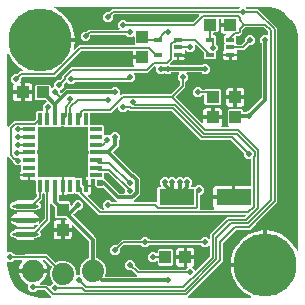
<source format=gbr>
G04 EAGLE Gerber X2 export*
%TF.Part,Single*%
%TF.FileFunction,Copper,L2,Bot,Mixed*%
%TF.FilePolarity,Positive*%
%TF.GenerationSoftware,Autodesk,EAGLE,9.1.1*%
%TF.CreationDate,2018-10-01T15:01:31Z*%
G75*
%MOMM*%
%FSLAX34Y34*%
%LPD*%
%AMOC8*
5,1,8,0,0,1.08239X$1,22.5*%
G01*
%ADD10R,0.370000X1.000000*%
%ADD11R,1.000000X0.370000*%
%ADD12R,4.250000X4.250000*%
%ADD13R,1.100000X1.000000*%
%ADD14R,1.000000X1.100000*%
%ADD15C,5.334000*%
%ADD16C,0.254000*%
%ADD17C,0.450000*%
%ADD18R,3.000000X1.400000*%
%ADD19C,1.879600*%
%ADD20R,0.700000X0.400000*%
%ADD21C,0.508000*%
%ADD22C,0.152400*%
%ADD23C,0.304800*%
%ADD24C,0.604000*%

G36*
X178487Y78495D02*
X178487Y78495D01*
X178536Y78493D01*
X178608Y78514D01*
X178682Y78526D01*
X178725Y78549D01*
X178772Y78563D01*
X178833Y78606D01*
X178900Y78642D01*
X178933Y78677D01*
X178973Y78705D01*
X179017Y78765D01*
X179069Y78820D01*
X179089Y78864D01*
X179118Y78903D01*
X179141Y78975D01*
X179173Y79043D01*
X179178Y79091D01*
X179193Y79137D01*
X179191Y79213D01*
X179200Y79287D01*
X179189Y79335D01*
X179189Y79383D01*
X179163Y79454D01*
X179147Y79528D01*
X179123Y79569D01*
X179106Y79615D01*
X179060Y79674D01*
X179021Y79739D01*
X178984Y79770D01*
X178954Y79809D01*
X178931Y79826D01*
X178417Y80340D01*
X178082Y80919D01*
X177909Y81566D01*
X177909Y87377D01*
X194688Y87377D01*
X194708Y87380D01*
X194727Y87378D01*
X194829Y87400D01*
X194931Y87417D01*
X194948Y87426D01*
X194968Y87430D01*
X195057Y87483D01*
X195148Y87532D01*
X195162Y87546D01*
X195179Y87556D01*
X195246Y87635D01*
X195317Y87710D01*
X195326Y87728D01*
X195339Y87743D01*
X195378Y87839D01*
X195421Y87933D01*
X195423Y87953D01*
X195431Y87971D01*
X195449Y88138D01*
X195449Y88901D01*
X196212Y88901D01*
X196232Y88904D01*
X196251Y88902D01*
X196353Y88924D01*
X196455Y88941D01*
X196472Y88950D01*
X196492Y88954D01*
X196581Y89007D01*
X196672Y89056D01*
X196686Y89070D01*
X196703Y89080D01*
X196770Y89159D01*
X196841Y89234D01*
X196850Y89252D01*
X196863Y89267D01*
X196902Y89363D01*
X196945Y89457D01*
X196947Y89477D01*
X196955Y89495D01*
X196973Y89662D01*
X196973Y98441D01*
X209688Y98441D01*
X209708Y98444D01*
X209727Y98442D01*
X209829Y98464D01*
X209931Y98480D01*
X209948Y98490D01*
X209968Y98494D01*
X210057Y98547D01*
X210148Y98596D01*
X210162Y98610D01*
X210179Y98620D01*
X210246Y98699D01*
X210318Y98774D01*
X210326Y98792D01*
X210339Y98807D01*
X210378Y98903D01*
X210421Y98997D01*
X210423Y99017D01*
X210431Y99035D01*
X210449Y99202D01*
X210449Y120598D01*
X210446Y120618D01*
X210448Y120637D01*
X210426Y120739D01*
X210410Y120841D01*
X210400Y120858D01*
X210396Y120878D01*
X210343Y120967D01*
X210294Y121058D01*
X210280Y121072D01*
X210270Y121089D01*
X210191Y121156D01*
X210116Y121228D01*
X210098Y121236D01*
X210083Y121249D01*
X209987Y121288D01*
X209893Y121331D01*
X209873Y121333D01*
X209855Y121341D01*
X209688Y121359D01*
X206895Y121359D01*
X204514Y123740D01*
X204514Y125939D01*
X204499Y126030D01*
X204492Y126120D01*
X204479Y126150D01*
X204474Y126182D01*
X204431Y126263D01*
X204396Y126347D01*
X204370Y126379D01*
X204359Y126400D01*
X204336Y126422D01*
X204291Y126478D01*
X193578Y137190D01*
X193504Y137243D01*
X193435Y137303D01*
X193405Y137315D01*
X193379Y137334D01*
X193292Y137361D01*
X193207Y137395D01*
X193166Y137399D01*
X193144Y137406D01*
X193111Y137405D01*
X193040Y137413D01*
X167937Y137413D01*
X143522Y161828D01*
X143448Y161881D01*
X143379Y161941D01*
X143349Y161953D01*
X143322Y161972D01*
X143236Y161999D01*
X143151Y162033D01*
X143110Y162037D01*
X143087Y162044D01*
X143055Y162043D01*
X142984Y162051D01*
X107440Y162051D01*
X106901Y162590D01*
X106827Y162643D01*
X106757Y162703D01*
X106727Y162715D01*
X106701Y162734D01*
X106614Y162761D01*
X106529Y162795D01*
X106488Y162799D01*
X106466Y162806D01*
X106434Y162805D01*
X106362Y162813D01*
X105631Y162813D01*
X105541Y162799D01*
X105450Y162791D01*
X105420Y162779D01*
X105388Y162774D01*
X105308Y162731D01*
X105224Y162695D01*
X105192Y162669D01*
X105171Y162658D01*
X105149Y162635D01*
X105093Y162590D01*
X103538Y161035D01*
X100170Y161035D01*
X97789Y163416D01*
X97789Y164671D01*
X97778Y164741D01*
X97776Y164813D01*
X97758Y164862D01*
X97750Y164913D01*
X97716Y164977D01*
X97691Y165044D01*
X97659Y165085D01*
X97634Y165131D01*
X97582Y165180D01*
X97538Y165236D01*
X97494Y165264D01*
X97456Y165300D01*
X97391Y165330D01*
X97331Y165369D01*
X97280Y165382D01*
X97233Y165404D01*
X97162Y165412D01*
X97092Y165429D01*
X97040Y165425D01*
X96989Y165431D01*
X96918Y165416D01*
X96847Y165410D01*
X96799Y165390D01*
X96748Y165379D01*
X96687Y165342D01*
X96621Y165314D01*
X96565Y165269D01*
X96537Y165252D01*
X96522Y165235D01*
X96490Y165209D01*
X93343Y162062D01*
X91780Y160499D01*
X74436Y160499D01*
X74416Y160496D01*
X74397Y160498D01*
X74295Y160476D01*
X74193Y160460D01*
X74176Y160450D01*
X74156Y160446D01*
X74067Y160393D01*
X73976Y160344D01*
X73962Y160330D01*
X73945Y160320D01*
X73878Y160241D01*
X73806Y160166D01*
X73798Y160148D01*
X73785Y160133D01*
X73746Y160037D01*
X73703Y159943D01*
X73701Y159923D01*
X73693Y159905D01*
X73675Y159738D01*
X73675Y150636D01*
X73678Y150616D01*
X73676Y150597D01*
X73698Y150495D01*
X73714Y150393D01*
X73724Y150376D01*
X73728Y150356D01*
X73781Y150267D01*
X73830Y150176D01*
X73844Y150162D01*
X73854Y150145D01*
X73933Y150078D01*
X74008Y150006D01*
X74026Y149998D01*
X74041Y149985D01*
X74137Y149946D01*
X74231Y149903D01*
X74251Y149901D01*
X74269Y149893D01*
X74436Y149875D01*
X84932Y149875D01*
X85825Y148982D01*
X85825Y144018D01*
X85595Y143788D01*
X85583Y143772D01*
X85567Y143760D01*
X85511Y143673D01*
X85451Y143589D01*
X85445Y143570D01*
X85434Y143553D01*
X85409Y143452D01*
X85379Y143354D01*
X85379Y143334D01*
X85374Y143314D01*
X85382Y143211D01*
X85385Y143108D01*
X85392Y143089D01*
X85393Y143069D01*
X85434Y142974D01*
X85469Y142877D01*
X85482Y142861D01*
X85490Y142843D01*
X85595Y142712D01*
X85825Y142482D01*
X85825Y142416D01*
X85836Y142346D01*
X85838Y142274D01*
X85856Y142225D01*
X85864Y142174D01*
X85898Y142110D01*
X85923Y142043D01*
X85955Y142002D01*
X85980Y141956D01*
X86032Y141907D01*
X86076Y141851D01*
X86120Y141823D01*
X86158Y141787D01*
X86223Y141757D01*
X86283Y141718D01*
X86334Y141705D01*
X86381Y141683D01*
X86452Y141675D01*
X86522Y141658D01*
X86574Y141662D01*
X86625Y141656D01*
X86696Y141671D01*
X86767Y141677D01*
X86815Y141697D01*
X86866Y141708D01*
X86879Y141716D01*
X90330Y141716D01*
X90385Y141660D01*
X90402Y141649D01*
X90414Y141633D01*
X90501Y141577D01*
X90585Y141517D01*
X90604Y141511D01*
X90621Y141500D01*
X90721Y141475D01*
X90820Y141444D01*
X90840Y141445D01*
X90859Y141440D01*
X90962Y141448D01*
X91066Y141451D01*
X91085Y141458D01*
X91105Y141459D01*
X91200Y141500D01*
X91297Y141535D01*
X91313Y141548D01*
X91331Y141556D01*
X91462Y141660D01*
X93566Y143765D01*
X96934Y143765D01*
X99315Y141384D01*
X99315Y138016D01*
X98522Y137223D01*
X98469Y137149D01*
X98409Y137080D01*
X98397Y137050D01*
X98378Y137024D01*
X98351Y136937D01*
X98317Y136852D01*
X98313Y136811D01*
X98306Y136788D01*
X98307Y136756D01*
X98299Y136685D01*
X98299Y132087D01*
X93750Y127538D01*
X93738Y127522D01*
X93723Y127510D01*
X93667Y127422D01*
X93606Y127339D01*
X93600Y127320D01*
X93590Y127303D01*
X93564Y127202D01*
X93534Y127103D01*
X93534Y127084D01*
X93530Y127064D01*
X93538Y126961D01*
X93540Y126858D01*
X93547Y126839D01*
X93549Y126819D01*
X93589Y126724D01*
X93625Y126627D01*
X93637Y126611D01*
X93645Y126593D01*
X93750Y126462D01*
X110260Y109952D01*
X110334Y109899D01*
X110403Y109839D01*
X110433Y109827D01*
X110460Y109808D01*
X110547Y109781D01*
X110631Y109747D01*
X110672Y109743D01*
X110695Y109736D01*
X110727Y109737D01*
X110798Y109729D01*
X111528Y109729D01*
X116587Y104670D01*
X116587Y91522D01*
X114578Y89514D01*
X111073Y86009D01*
X111031Y85951D01*
X110982Y85899D01*
X110960Y85851D01*
X110930Y85809D01*
X110909Y85741D01*
X110878Y85676D01*
X110873Y85624D01*
X110857Y85574D01*
X110859Y85502D01*
X110851Y85431D01*
X110862Y85380D01*
X110864Y85328D01*
X110888Y85261D01*
X110903Y85191D01*
X110930Y85146D01*
X110948Y85097D01*
X110993Y85041D01*
X111030Y84980D01*
X111069Y84946D01*
X111102Y84905D01*
X111162Y84866D01*
X111217Y84820D01*
X111265Y84800D01*
X111309Y84772D01*
X111378Y84755D01*
X111445Y84728D01*
X111516Y84720D01*
X111547Y84712D01*
X111570Y84714D01*
X111611Y84709D01*
X129648Y84709D01*
X129684Y84683D01*
X129736Y84634D01*
X129754Y84626D01*
X129768Y84614D01*
X129797Y84602D01*
X129825Y84582D01*
X129894Y84561D01*
X129959Y84530D01*
X129981Y84528D01*
X129996Y84522D01*
X130034Y84518D01*
X130060Y84509D01*
X130099Y84510D01*
X130163Y84503D01*
X130164Y84503D01*
X130180Y84506D01*
X130203Y84503D01*
X130254Y84514D01*
X130306Y84516D01*
X130360Y84535D01*
X130407Y84543D01*
X130421Y84551D01*
X130444Y84556D01*
X130489Y84582D01*
X130537Y84600D01*
X130581Y84635D01*
X130624Y84658D01*
X130636Y84670D01*
X130655Y84682D01*
X130689Y84721D01*
X130729Y84754D01*
X130759Y84801D01*
X130794Y84836D01*
X130801Y84852D01*
X130815Y84869D01*
X130834Y84917D01*
X130862Y84961D01*
X130876Y85013D01*
X130897Y85059D01*
X130899Y85078D01*
X130907Y85097D01*
X130915Y85168D01*
X130923Y85199D01*
X130921Y85223D01*
X130925Y85264D01*
X130925Y96532D01*
X131818Y97425D01*
X133350Y97425D01*
X133370Y97428D01*
X133389Y97426D01*
X133491Y97448D01*
X133593Y97464D01*
X133610Y97474D01*
X133630Y97478D01*
X133719Y97531D01*
X133810Y97580D01*
X133824Y97594D01*
X133841Y97604D01*
X133908Y97683D01*
X133980Y97758D01*
X133988Y97776D01*
X134001Y97791D01*
X134040Y97887D01*
X134083Y97981D01*
X134085Y98001D01*
X134093Y98019D01*
X134111Y98186D01*
X134111Y98585D01*
X134097Y98675D01*
X134089Y98766D01*
X134077Y98796D01*
X134072Y98828D01*
X134029Y98908D01*
X133993Y98992D01*
X133967Y99024D01*
X133956Y99045D01*
X133933Y99067D01*
X133888Y99123D01*
X133095Y99916D01*
X133095Y103284D01*
X135476Y105665D01*
X138844Y105665D01*
X139797Y104712D01*
X139813Y104700D01*
X139825Y104684D01*
X139913Y104628D01*
X139996Y104568D01*
X140015Y104562D01*
X140032Y104551D01*
X140133Y104526D01*
X140232Y104496D01*
X140251Y104496D01*
X140271Y104491D01*
X140374Y104499D01*
X140477Y104502D01*
X140496Y104509D01*
X140516Y104511D01*
X140611Y104551D01*
X140708Y104587D01*
X140724Y104599D01*
X140742Y104607D01*
X140873Y104712D01*
X141826Y105665D01*
X145194Y105665D01*
X146147Y104712D01*
X146163Y104700D01*
X146175Y104684D01*
X146263Y104628D01*
X146346Y104568D01*
X146365Y104562D01*
X146382Y104551D01*
X146483Y104526D01*
X146582Y104496D01*
X146601Y104496D01*
X146621Y104491D01*
X146724Y104499D01*
X146827Y104502D01*
X146846Y104509D01*
X146866Y104511D01*
X146961Y104551D01*
X147058Y104587D01*
X147074Y104599D01*
X147092Y104607D01*
X147223Y104712D01*
X148176Y105665D01*
X151544Y105665D01*
X152497Y104712D01*
X152513Y104700D01*
X152525Y104684D01*
X152613Y104628D01*
X152696Y104568D01*
X152715Y104562D01*
X152732Y104551D01*
X152833Y104526D01*
X152932Y104496D01*
X152951Y104496D01*
X152971Y104491D01*
X153074Y104499D01*
X153177Y104502D01*
X153196Y104509D01*
X153216Y104511D01*
X153311Y104551D01*
X153408Y104587D01*
X153424Y104599D01*
X153442Y104607D01*
X153573Y104712D01*
X154526Y105665D01*
X157894Y105665D01*
X160275Y103284D01*
X160275Y99916D01*
X159482Y99123D01*
X159429Y99049D01*
X159369Y98980D01*
X159357Y98950D01*
X159338Y98924D01*
X159311Y98837D01*
X159277Y98752D01*
X159273Y98711D01*
X159266Y98688D01*
X159267Y98656D01*
X159259Y98585D01*
X159259Y98186D01*
X159261Y98174D01*
X159260Y98166D01*
X159261Y98160D01*
X159260Y98147D01*
X159282Y98045D01*
X159298Y97943D01*
X159308Y97926D01*
X159312Y97906D01*
X159365Y97817D01*
X159414Y97726D01*
X159428Y97712D01*
X159438Y97695D01*
X159517Y97628D01*
X159592Y97556D01*
X159610Y97548D01*
X159625Y97535D01*
X159721Y97496D01*
X159815Y97453D01*
X159835Y97451D01*
X159853Y97443D01*
X160020Y97425D01*
X162879Y97425D01*
X162969Y97439D01*
X163060Y97447D01*
X163090Y97459D01*
X163122Y97464D01*
X163202Y97507D01*
X163286Y97543D01*
X163318Y97569D01*
X163339Y97580D01*
X163357Y97598D01*
X163359Y97599D01*
X163365Y97606D01*
X163417Y97648D01*
X164830Y99061D01*
X168198Y99061D01*
X170579Y96680D01*
X170579Y93312D01*
X168198Y90931D01*
X167784Y90931D01*
X167764Y90928D01*
X167745Y90930D01*
X167643Y90908D01*
X167541Y90892D01*
X167524Y90882D01*
X167504Y90878D01*
X167415Y90825D01*
X167324Y90776D01*
X167310Y90762D01*
X167293Y90752D01*
X167226Y90673D01*
X167154Y90598D01*
X167146Y90580D01*
X167133Y90565D01*
X167094Y90469D01*
X167051Y90375D01*
X167049Y90355D01*
X167041Y90337D01*
X167023Y90170D01*
X167023Y80006D01*
X166803Y79786D01*
X166761Y79728D01*
X166712Y79676D01*
X166690Y79629D01*
X166660Y79587D01*
X166638Y79518D01*
X166608Y79453D01*
X166602Y79401D01*
X166587Y79351D01*
X166589Y79280D01*
X166581Y79209D01*
X166592Y79158D01*
X166594Y79106D01*
X166618Y79038D01*
X166633Y78968D01*
X166660Y78923D01*
X166678Y78875D01*
X166723Y78819D01*
X166760Y78757D01*
X166799Y78723D01*
X166832Y78683D01*
X166892Y78644D01*
X166946Y78597D01*
X166995Y78578D01*
X167039Y78550D01*
X167108Y78532D01*
X167175Y78505D01*
X167246Y78497D01*
X167277Y78489D01*
X167300Y78491D01*
X167341Y78487D01*
X178440Y78487D01*
X178487Y78495D01*
G37*
G36*
X209683Y3823D02*
X209683Y3823D01*
X209759Y3826D01*
X209803Y3843D01*
X209850Y3850D01*
X209917Y3886D01*
X209989Y3913D01*
X210026Y3943D01*
X210068Y3966D01*
X210120Y4021D01*
X210179Y4069D01*
X210204Y4109D01*
X210237Y4144D01*
X210269Y4213D01*
X210309Y4278D01*
X210320Y4324D01*
X210341Y4367D01*
X210349Y4443D01*
X210367Y4517D01*
X210362Y4564D01*
X210368Y4611D01*
X210351Y4686D01*
X210345Y4762D01*
X210325Y4805D01*
X210315Y4852D01*
X210276Y4917D01*
X210246Y4987D01*
X210214Y5022D01*
X210189Y5063D01*
X210131Y5113D01*
X210080Y5169D01*
X210026Y5203D01*
X210002Y5223D01*
X209978Y5233D01*
X209938Y5258D01*
X208098Y6144D01*
X205320Y7889D01*
X202755Y9935D01*
X200435Y12255D01*
X198389Y14820D01*
X196644Y17598D01*
X195220Y20554D01*
X194137Y23651D01*
X193407Y26849D01*
X193039Y30110D01*
X193039Y30227D01*
X221488Y30227D01*
X221508Y30230D01*
X221527Y30228D01*
X221629Y30250D01*
X221731Y30267D01*
X221748Y30276D01*
X221768Y30280D01*
X221857Y30333D01*
X221948Y30382D01*
X221962Y30396D01*
X221979Y30406D01*
X222046Y30485D01*
X222117Y30560D01*
X222126Y30578D01*
X222139Y30593D01*
X222177Y30689D01*
X222221Y30783D01*
X222223Y30803D01*
X222231Y30821D01*
X222249Y30988D01*
X222249Y31751D01*
X223012Y31751D01*
X223032Y31754D01*
X223051Y31752D01*
X223153Y31774D01*
X223255Y31791D01*
X223272Y31800D01*
X223292Y31804D01*
X223381Y31857D01*
X223472Y31906D01*
X223486Y31920D01*
X223503Y31930D01*
X223570Y32009D01*
X223641Y32084D01*
X223650Y32102D01*
X223663Y32117D01*
X223702Y32213D01*
X223745Y32307D01*
X223747Y32327D01*
X223755Y32345D01*
X223773Y32512D01*
X223773Y60961D01*
X223890Y60961D01*
X227151Y60593D01*
X229042Y60162D01*
X230349Y59863D01*
X233446Y58780D01*
X236402Y57356D01*
X239180Y55611D01*
X241745Y53565D01*
X244065Y51245D01*
X246111Y48680D01*
X247856Y45902D01*
X248742Y44062D01*
X248786Y44000D01*
X248822Y43932D01*
X248856Y43900D01*
X248883Y43861D01*
X248945Y43816D01*
X249000Y43763D01*
X249043Y43743D01*
X249081Y43715D01*
X249154Y43692D01*
X249223Y43659D01*
X249270Y43654D01*
X249315Y43640D01*
X249392Y43641D01*
X249467Y43632D01*
X249514Y43642D01*
X249561Y43643D01*
X249633Y43668D01*
X249708Y43685D01*
X249749Y43709D01*
X249793Y43725D01*
X249854Y43772D01*
X249919Y43811D01*
X249950Y43847D01*
X249987Y43876D01*
X250029Y43940D01*
X250079Y43998D01*
X250097Y44042D01*
X250123Y44081D01*
X250142Y44155D01*
X250171Y44226D01*
X250178Y44289D01*
X250186Y44319D01*
X250184Y44345D01*
X250189Y44393D01*
X250189Y222250D01*
X250186Y222269D01*
X250188Y222300D01*
X249955Y225847D01*
X249950Y225870D01*
X249931Y225994D01*
X248095Y232848D01*
X248088Y232862D01*
X248086Y232878D01*
X248018Y233031D01*
X244471Y239176D01*
X244461Y239188D01*
X244455Y239202D01*
X244350Y239333D01*
X239333Y244350D01*
X239320Y244359D01*
X239311Y244372D01*
X239176Y244471D01*
X233031Y248018D01*
X233016Y248024D01*
X233004Y248034D01*
X232848Y248095D01*
X225994Y249931D01*
X225971Y249933D01*
X225847Y249955D01*
X222300Y250188D01*
X222281Y250186D01*
X222250Y250189D01*
X206723Y250189D01*
X206652Y250178D01*
X206580Y250176D01*
X206531Y250158D01*
X206480Y250150D01*
X206417Y250116D01*
X206349Y250091D01*
X206309Y250059D01*
X206263Y250034D01*
X206213Y249983D01*
X206157Y249938D01*
X206129Y249894D01*
X206093Y249856D01*
X206063Y249791D01*
X206024Y249731D01*
X206012Y249680D01*
X205990Y249633D01*
X205982Y249562D01*
X205964Y249492D01*
X205968Y249440D01*
X205963Y249389D01*
X205978Y249318D01*
X205984Y249247D01*
X206004Y249199D01*
X206015Y249148D01*
X206052Y249087D01*
X206080Y249021D01*
X206125Y248965D01*
X206141Y248937D01*
X206159Y248922D01*
X206185Y248890D01*
X206439Y248636D01*
X206513Y248583D01*
X206582Y248523D01*
X206612Y248511D01*
X206638Y248492D01*
X206725Y248465D01*
X206810Y248431D01*
X206851Y248427D01*
X206874Y248420D01*
X206906Y248421D01*
X206977Y248413D01*
X216332Y248413D01*
X232411Y232334D01*
X232411Y84462D01*
X230848Y82900D01*
X214567Y66619D01*
X214567Y66618D01*
X209162Y61213D01*
X198113Y61213D01*
X198022Y61199D01*
X197932Y61191D01*
X197902Y61179D01*
X197870Y61174D01*
X197789Y61131D01*
X197705Y61095D01*
X197673Y61069D01*
X197652Y61058D01*
X197630Y61035D01*
X197574Y60990D01*
X186660Y50076D01*
X186607Y50002D01*
X186547Y49932D01*
X186535Y49902D01*
X186516Y49876D01*
X186489Y49789D01*
X186455Y49704D01*
X186451Y49663D01*
X186444Y49641D01*
X186445Y49609D01*
X186437Y49537D01*
X186437Y34407D01*
X184874Y32844D01*
X157140Y5110D01*
X157098Y5052D01*
X157049Y5000D01*
X157027Y4953D01*
X156997Y4911D01*
X156976Y4842D01*
X156945Y4777D01*
X156940Y4725D01*
X156924Y4675D01*
X156926Y4604D01*
X156918Y4533D01*
X156929Y4482D01*
X156931Y4430D01*
X156955Y4362D01*
X156971Y4292D01*
X156997Y4247D01*
X157015Y4199D01*
X157060Y4143D01*
X157097Y4081D01*
X157136Y4047D01*
X157169Y4007D01*
X157229Y3968D01*
X157284Y3921D01*
X157332Y3902D01*
X157376Y3874D01*
X157445Y3856D01*
X157512Y3829D01*
X157583Y3821D01*
X157614Y3813D01*
X157638Y3815D01*
X157679Y3811D01*
X209607Y3811D01*
X209683Y3823D01*
G37*
G36*
X113075Y21635D02*
X113075Y21635D01*
X113147Y21637D01*
X113196Y21655D01*
X113247Y21663D01*
X113311Y21697D01*
X113378Y21722D01*
X113419Y21754D01*
X113465Y21779D01*
X113514Y21831D01*
X113570Y21875D01*
X113598Y21919D01*
X113634Y21957D01*
X113664Y22022D01*
X113703Y22082D01*
X113716Y22133D01*
X113738Y22180D01*
X113746Y22251D01*
X113763Y22321D01*
X113759Y22373D01*
X113765Y22424D01*
X113750Y22495D01*
X113744Y22566D01*
X113724Y22614D01*
X113713Y22665D01*
X113676Y22726D01*
X113648Y22792D01*
X113603Y22848D01*
X113586Y22876D01*
X113569Y22891D01*
X113543Y22923D01*
X111790Y24676D01*
X109004Y27462D01*
X108930Y27515D01*
X108860Y27575D01*
X108830Y27587D01*
X108804Y27606D01*
X108717Y27633D01*
X108632Y27667D01*
X108591Y27671D01*
X108569Y27678D01*
X108537Y27677D01*
X108465Y27685D01*
X106266Y27685D01*
X103885Y30066D01*
X103885Y33434D01*
X106266Y35815D01*
X109634Y35815D01*
X112015Y33434D01*
X112015Y31235D01*
X112029Y31144D01*
X112037Y31054D01*
X112049Y31024D01*
X112054Y30992D01*
X112097Y30911D01*
X112133Y30827D01*
X112159Y30795D01*
X112170Y30774D01*
X112193Y30752D01*
X112207Y30734D01*
X112213Y30725D01*
X112219Y30720D01*
X112238Y30696D01*
X115024Y27910D01*
X115098Y27857D01*
X115168Y27797D01*
X115198Y27785D01*
X115224Y27766D01*
X115311Y27739D01*
X115396Y27705D01*
X115437Y27701D01*
X115459Y27694D01*
X115491Y27695D01*
X115563Y27687D01*
X154973Y27687D01*
X155063Y27701D01*
X155154Y27709D01*
X155184Y27721D01*
X155216Y27726D01*
X155296Y27769D01*
X155380Y27805D01*
X155413Y27831D01*
X155433Y27842D01*
X155455Y27865D01*
X155511Y27910D01*
X156361Y28760D01*
X156403Y28818D01*
X156453Y28870D01*
X156475Y28917D01*
X156505Y28959D01*
X156526Y29028D01*
X156556Y29093D01*
X156562Y29145D01*
X156577Y29195D01*
X156575Y29266D01*
X156583Y29337D01*
X156572Y29388D01*
X156571Y29440D01*
X156546Y29508D01*
X156531Y29578D01*
X156504Y29623D01*
X156486Y29671D01*
X156442Y29727D01*
X156405Y29789D01*
X156365Y29823D01*
X156333Y29863D01*
X156272Y29902D01*
X156218Y29949D01*
X156170Y29968D01*
X156126Y29996D01*
X156073Y30010D01*
X156073Y36577D01*
X162091Y36577D01*
X162091Y32266D01*
X161918Y31619D01*
X161583Y31040D01*
X161110Y30567D01*
X160842Y30412D01*
X160750Y30337D01*
X160657Y30262D01*
X160655Y30259D01*
X160651Y30256D01*
X160589Y30157D01*
X160524Y30055D01*
X160523Y30051D01*
X160521Y30048D01*
X160493Y29932D01*
X160464Y29817D01*
X160464Y29813D01*
X160463Y29809D01*
X160474Y29690D01*
X160483Y29572D01*
X160484Y29568D01*
X160485Y29564D01*
X160533Y29454D01*
X160579Y29345D01*
X160582Y29341D01*
X160584Y29338D01*
X160593Y29328D01*
X160684Y29214D01*
X162881Y27017D01*
X162898Y27005D01*
X162910Y26990D01*
X162997Y26934D01*
X163081Y26873D01*
X163100Y26868D01*
X163117Y26857D01*
X163217Y26831D01*
X163316Y26801D01*
X163336Y26802D01*
X163356Y26797D01*
X163458Y26805D01*
X163562Y26807D01*
X163581Y26814D01*
X163601Y26816D01*
X163696Y26856D01*
X163793Y26892D01*
X163809Y26904D01*
X163827Y26912D01*
X163958Y27017D01*
X175290Y38349D01*
X175343Y38423D01*
X175403Y38493D01*
X175415Y38523D01*
X175434Y38549D01*
X175461Y38636D01*
X175495Y38721D01*
X175499Y38762D01*
X175506Y38784D01*
X175505Y38816D01*
X175513Y38888D01*
X175513Y47277D01*
X175502Y47348D01*
X175500Y47420D01*
X175482Y47468D01*
X175474Y47520D01*
X175440Y47583D01*
X175415Y47651D01*
X175383Y47691D01*
X175358Y47737D01*
X175306Y47787D01*
X175262Y47843D01*
X175218Y47871D01*
X175180Y47907D01*
X175115Y47937D01*
X175055Y47976D01*
X175004Y47988D01*
X174957Y48010D01*
X174886Y48018D01*
X174816Y48036D01*
X174764Y48032D01*
X174713Y48037D01*
X174642Y48022D01*
X174571Y48016D01*
X174523Y47996D01*
X174472Y47985D01*
X174411Y47948D01*
X174345Y47920D01*
X174289Y47875D01*
X174261Y47859D01*
X174246Y47841D01*
X174214Y47815D01*
X173134Y46735D01*
X169766Y46735D01*
X168211Y48290D01*
X168137Y48343D01*
X168068Y48403D01*
X168038Y48415D01*
X168012Y48434D01*
X167925Y48461D01*
X167840Y48495D01*
X167799Y48499D01*
X167777Y48506D01*
X167744Y48505D01*
X167673Y48513D01*
X124427Y48513D01*
X124337Y48499D01*
X124246Y48491D01*
X124216Y48479D01*
X124184Y48474D01*
X124104Y48431D01*
X124020Y48395D01*
X123988Y48369D01*
X123967Y48358D01*
X123945Y48335D01*
X123889Y48290D01*
X122334Y46735D01*
X118966Y46735D01*
X117411Y48290D01*
X117337Y48343D01*
X117268Y48403D01*
X117238Y48415D01*
X117212Y48434D01*
X117125Y48461D01*
X117040Y48495D01*
X116999Y48499D01*
X116976Y48506D01*
X116944Y48505D01*
X116873Y48513D01*
X102863Y48513D01*
X102772Y48499D01*
X102682Y48491D01*
X102652Y48479D01*
X102620Y48474D01*
X102539Y48431D01*
X102455Y48395D01*
X102423Y48369D01*
X102402Y48358D01*
X102380Y48335D01*
X102324Y48290D01*
X99538Y45504D01*
X99485Y45430D01*
X99425Y45360D01*
X99413Y45330D01*
X99394Y45304D01*
X99367Y45217D01*
X99333Y45132D01*
X99329Y45091D01*
X99322Y45069D01*
X99323Y45037D01*
X99315Y44965D01*
X99315Y42766D01*
X96934Y40385D01*
X93566Y40385D01*
X91185Y42766D01*
X91185Y46134D01*
X93566Y48515D01*
X95765Y48515D01*
X95856Y48529D01*
X95946Y48537D01*
X95976Y48549D01*
X96008Y48554D01*
X96089Y48597D01*
X96173Y48633D01*
X96205Y48659D01*
X96226Y48670D01*
X96248Y48693D01*
X96304Y48738D01*
X100653Y53087D01*
X116873Y53087D01*
X116963Y53101D01*
X117054Y53109D01*
X117084Y53121D01*
X117116Y53126D01*
X117196Y53169D01*
X117280Y53205D01*
X117312Y53231D01*
X117333Y53242D01*
X117355Y53265D01*
X117411Y53310D01*
X118966Y54865D01*
X122334Y54865D01*
X123889Y53310D01*
X123963Y53257D01*
X124032Y53197D01*
X124062Y53185D01*
X124088Y53166D01*
X124175Y53139D01*
X124260Y53105D01*
X124301Y53101D01*
X124324Y53094D01*
X124356Y53095D01*
X124427Y53087D01*
X167673Y53087D01*
X167763Y53101D01*
X167854Y53109D01*
X167884Y53121D01*
X167916Y53126D01*
X167996Y53169D01*
X168080Y53205D01*
X168113Y53231D01*
X168133Y53242D01*
X168155Y53265D01*
X168211Y53310D01*
X169766Y54865D01*
X173134Y54865D01*
X174214Y53785D01*
X174272Y53743D01*
X174324Y53693D01*
X174371Y53671D01*
X174413Y53641D01*
X174482Y53620D01*
X174547Y53590D01*
X174599Y53584D01*
X174649Y53569D01*
X174720Y53571D01*
X174791Y53563D01*
X174842Y53574D01*
X174894Y53575D01*
X174962Y53600D01*
X175032Y53615D01*
X175077Y53642D01*
X175125Y53660D01*
X175181Y53704D01*
X175243Y53741D01*
X175277Y53781D01*
X175317Y53813D01*
X175356Y53874D01*
X175403Y53928D01*
X175422Y53976D01*
X175450Y54020D01*
X175468Y54090D01*
X175495Y54156D01*
X175503Y54228D01*
X175511Y54259D01*
X175509Y54282D01*
X175513Y54323D01*
X175513Y58097D01*
X189553Y72137D01*
X204681Y72137D01*
X204771Y72151D01*
X204862Y72159D01*
X204892Y72171D01*
X204924Y72176D01*
X205004Y72219D01*
X205088Y72255D01*
X205120Y72281D01*
X205141Y72292D01*
X205163Y72315D01*
X205219Y72360D01*
X205473Y72614D01*
X205515Y72672D01*
X205564Y72724D01*
X205586Y72771D01*
X205617Y72813D01*
X205638Y72882D01*
X205668Y72947D01*
X205674Y72999D01*
X205689Y73049D01*
X205687Y73120D01*
X205695Y73191D01*
X205684Y73242D01*
X205683Y73294D01*
X205658Y73362D01*
X205643Y73432D01*
X205616Y73477D01*
X205598Y73525D01*
X205554Y73581D01*
X205517Y73643D01*
X205477Y73677D01*
X205445Y73717D01*
X205384Y73756D01*
X205330Y73803D01*
X205281Y73822D01*
X205238Y73850D01*
X205168Y73868D01*
X205102Y73895D01*
X205030Y73903D01*
X204999Y73911D01*
X204976Y73909D01*
X204935Y73913D01*
X81570Y73913D01*
X65440Y90043D01*
X65440Y90044D01*
X63731Y91752D01*
X63657Y91805D01*
X63587Y91865D01*
X63557Y91877D01*
X63531Y91896D01*
X63444Y91923D01*
X63359Y91957D01*
X63318Y91961D01*
X63296Y91968D01*
X63264Y91967D01*
X63193Y91975D01*
X61318Y91975D01*
X61088Y92205D01*
X61072Y92217D01*
X61060Y92233D01*
X60973Y92289D01*
X60889Y92349D01*
X60870Y92355D01*
X60853Y92366D01*
X60752Y92391D01*
X60654Y92421D01*
X60634Y92421D01*
X60614Y92426D01*
X60511Y92418D01*
X60408Y92415D01*
X60389Y92408D01*
X60369Y92407D01*
X60274Y92366D01*
X60177Y92331D01*
X60161Y92318D01*
X60143Y92310D01*
X60012Y92205D01*
X59782Y91975D01*
X55034Y91975D01*
X54944Y91961D01*
X54853Y91953D01*
X54823Y91941D01*
X54791Y91936D01*
X54710Y91893D01*
X54626Y91857D01*
X54594Y91831D01*
X54574Y91820D01*
X54551Y91797D01*
X54495Y91752D01*
X54210Y91467D01*
X53631Y91132D01*
X52984Y90959D01*
X51724Y90959D01*
X51724Y98337D01*
X51721Y98356D01*
X51723Y98376D01*
X51701Y98478D01*
X51700Y98483D01*
X51706Y98496D01*
X51724Y98663D01*
X51724Y106067D01*
X51805Y106080D01*
X51822Y106090D01*
X51842Y106094D01*
X51931Y106147D01*
X52022Y106196D01*
X52036Y106210D01*
X52053Y106220D01*
X52120Y106299D01*
X52191Y106374D01*
X52200Y106392D01*
X52213Y106407D01*
X52252Y106503D01*
X52295Y106597D01*
X52297Y106617D01*
X52305Y106635D01*
X52323Y106802D01*
X52323Y125477D01*
X72014Y125477D01*
X72034Y125480D01*
X72053Y125478D01*
X72155Y125500D01*
X72257Y125517D01*
X72274Y125526D01*
X72294Y125530D01*
X72383Y125583D01*
X72474Y125632D01*
X72488Y125646D01*
X72505Y125656D01*
X72572Y125735D01*
X72644Y125810D01*
X72652Y125828D01*
X72665Y125843D01*
X72704Y125939D01*
X72747Y126033D01*
X72749Y126053D01*
X72757Y126071D01*
X72775Y126238D01*
X72775Y127762D01*
X72772Y127782D01*
X72774Y127801D01*
X72752Y127903D01*
X72736Y128005D01*
X72726Y128022D01*
X72722Y128042D01*
X72669Y128131D01*
X72620Y128222D01*
X72606Y128236D01*
X72596Y128253D01*
X72517Y128320D01*
X72442Y128391D01*
X72424Y128400D01*
X72409Y128413D01*
X72313Y128452D01*
X72219Y128495D01*
X72199Y128497D01*
X72181Y128505D01*
X72014Y128523D01*
X52323Y128523D01*
X52323Y148214D01*
X52320Y148234D01*
X52322Y148253D01*
X52300Y148355D01*
X52283Y148457D01*
X52274Y148474D01*
X52270Y148494D01*
X52217Y148583D01*
X52168Y148674D01*
X52154Y148688D01*
X52144Y148705D01*
X52065Y148772D01*
X51990Y148844D01*
X51972Y148852D01*
X51957Y148865D01*
X51861Y148904D01*
X51767Y148947D01*
X51747Y148949D01*
X51729Y148957D01*
X51562Y148975D01*
X50038Y148975D01*
X50018Y148972D01*
X49999Y148974D01*
X49897Y148952D01*
X49795Y148936D01*
X49778Y148926D01*
X49758Y148922D01*
X49669Y148869D01*
X49578Y148820D01*
X49564Y148806D01*
X49547Y148796D01*
X49480Y148717D01*
X49409Y148642D01*
X49400Y148624D01*
X49387Y148609D01*
X49348Y148513D01*
X49305Y148419D01*
X49303Y148399D01*
X49295Y148381D01*
X49277Y148214D01*
X49277Y128523D01*
X29586Y128523D01*
X29566Y128520D01*
X29547Y128522D01*
X29445Y128500D01*
X29343Y128483D01*
X29326Y128474D01*
X29306Y128470D01*
X29217Y128417D01*
X29126Y128368D01*
X29112Y128354D01*
X29095Y128344D01*
X29028Y128265D01*
X28956Y128190D01*
X28948Y128172D01*
X28935Y128157D01*
X28896Y128061D01*
X28853Y127967D01*
X28851Y127947D01*
X28843Y127929D01*
X28825Y127762D01*
X28825Y126238D01*
X28828Y126218D01*
X28826Y126199D01*
X28848Y126097D01*
X28864Y125995D01*
X28874Y125978D01*
X28878Y125958D01*
X28931Y125869D01*
X28980Y125778D01*
X28994Y125764D01*
X29004Y125747D01*
X29083Y125680D01*
X29158Y125609D01*
X29176Y125600D01*
X29191Y125587D01*
X29287Y125548D01*
X29381Y125505D01*
X29401Y125503D01*
X29419Y125495D01*
X29586Y125477D01*
X49277Y125477D01*
X49277Y106802D01*
X49280Y106782D01*
X49278Y106763D01*
X49300Y106661D01*
X49317Y106559D01*
X49326Y106542D01*
X49330Y106522D01*
X49383Y106433D01*
X49432Y106342D01*
X49446Y106328D01*
X49456Y106311D01*
X49535Y106244D01*
X49610Y106172D01*
X49628Y106164D01*
X49643Y106151D01*
X49739Y106112D01*
X49833Y106069D01*
X49853Y106067D01*
X49871Y106059D01*
X49876Y106059D01*
X49876Y98663D01*
X49879Y98644D01*
X49877Y98624D01*
X49899Y98522D01*
X49900Y98517D01*
X49894Y98504D01*
X49876Y98337D01*
X49876Y90959D01*
X48616Y90959D01*
X48307Y91042D01*
X48188Y91054D01*
X48071Y91067D01*
X48066Y91066D01*
X48062Y91066D01*
X47947Y91040D01*
X47830Y91015D01*
X47827Y91012D01*
X47823Y91012D01*
X47721Y90949D01*
X47619Y90888D01*
X47616Y90885D01*
X47613Y90883D01*
X47536Y90792D01*
X47459Y90702D01*
X47458Y90698D01*
X47455Y90694D01*
X47412Y90584D01*
X47367Y90473D01*
X47367Y90468D01*
X47365Y90465D01*
X47365Y90452D01*
X47349Y90307D01*
X47349Y86428D01*
X47363Y86338D01*
X47371Y86247D01*
X47383Y86217D01*
X47388Y86185D01*
X47431Y86105D01*
X47467Y86021D01*
X47493Y85989D01*
X47504Y85968D01*
X47527Y85946D01*
X47572Y85890D01*
X47864Y85598D01*
X47938Y85545D01*
X48007Y85485D01*
X48037Y85473D01*
X48064Y85454D01*
X48151Y85427D01*
X48235Y85393D01*
X48276Y85389D01*
X48299Y85382D01*
X48331Y85383D01*
X48402Y85375D01*
X56432Y85375D01*
X57325Y84482D01*
X57325Y82524D01*
X57336Y82453D01*
X57338Y82382D01*
X57356Y82333D01*
X57364Y82281D01*
X57398Y82218D01*
X57423Y82151D01*
X57455Y82110D01*
X57480Y82064D01*
X57532Y82015D01*
X57576Y81959D01*
X57620Y81931D01*
X57658Y81895D01*
X57723Y81864D01*
X57783Y81826D01*
X57834Y81813D01*
X57881Y81791D01*
X57952Y81783D01*
X58022Y81766D01*
X58074Y81770D01*
X58125Y81764D01*
X58196Y81779D01*
X58267Y81785D01*
X58315Y81805D01*
X58366Y81816D01*
X58427Y81853D01*
X58493Y81881D01*
X58549Y81926D01*
X58577Y81942D01*
X58592Y81960D01*
X58624Y81986D01*
X59212Y82574D01*
X59266Y82648D01*
X59325Y82717D01*
X59337Y82747D01*
X59356Y82774D01*
X59383Y82861D01*
X59417Y82945D01*
X59421Y82986D01*
X59428Y83009D01*
X59427Y83041D01*
X59435Y83112D01*
X59435Y84234D01*
X61816Y86615D01*
X65184Y86615D01*
X67565Y84234D01*
X67565Y80866D01*
X65184Y78485D01*
X64062Y78485D01*
X63972Y78471D01*
X63881Y78463D01*
X63851Y78451D01*
X63819Y78446D01*
X63739Y78403D01*
X63655Y78367D01*
X63623Y78341D01*
X63602Y78330D01*
X63580Y78307D01*
X63524Y78262D01*
X59900Y74638D01*
X59888Y74622D01*
X59873Y74610D01*
X59817Y74522D01*
X59756Y74439D01*
X59750Y74420D01*
X59740Y74403D01*
X59714Y74302D01*
X59684Y74203D01*
X59684Y74184D01*
X59680Y74164D01*
X59688Y74061D01*
X59690Y73958D01*
X59697Y73939D01*
X59699Y73919D01*
X59739Y73824D01*
X59775Y73727D01*
X59787Y73711D01*
X59795Y73693D01*
X59900Y73562D01*
X77240Y56222D01*
X79249Y54213D01*
X79249Y37738D01*
X79268Y37624D01*
X79285Y37508D01*
X79287Y37502D01*
X79288Y37496D01*
X79343Y37393D01*
X79396Y37288D01*
X79401Y37284D01*
X79404Y37278D01*
X79488Y37199D01*
X79572Y37116D01*
X79578Y37112D01*
X79582Y37109D01*
X79599Y37101D01*
X79719Y37035D01*
X82387Y35930D01*
X85460Y32857D01*
X87123Y28843D01*
X87123Y24497D01*
X86368Y22676D01*
X86358Y22632D01*
X86339Y22590D01*
X86330Y22513D01*
X86312Y22437D01*
X86317Y22391D01*
X86312Y22346D01*
X86328Y22269D01*
X86335Y22192D01*
X86354Y22150D01*
X86364Y22105D01*
X86404Y22038D01*
X86435Y21967D01*
X86466Y21933D01*
X86490Y21894D01*
X86549Y21843D01*
X86602Y21786D01*
X86642Y21764D01*
X86677Y21734D01*
X86749Y21705D01*
X86817Y21668D01*
X86862Y21659D01*
X86905Y21642D01*
X87041Y21627D01*
X87059Y21624D01*
X87064Y21625D01*
X87072Y21624D01*
X113005Y21624D01*
X113075Y21635D01*
G37*
G36*
X190944Y148094D02*
X190944Y148094D01*
X191016Y148096D01*
X191065Y148114D01*
X191116Y148122D01*
X191179Y148156D01*
X191247Y148181D01*
X191287Y148213D01*
X191333Y148238D01*
X191383Y148290D01*
X191439Y148334D01*
X191467Y148378D01*
X191503Y148416D01*
X191533Y148481D01*
X191572Y148541D01*
X191584Y148592D01*
X191606Y148639D01*
X191614Y148710D01*
X191632Y148780D01*
X191628Y148832D01*
X191633Y148883D01*
X191618Y148954D01*
X191613Y149025D01*
X191592Y149073D01*
X191581Y149124D01*
X191544Y149185D01*
X191516Y149251D01*
X191471Y149307D01*
X191455Y149335D01*
X191437Y149350D01*
X191411Y149382D01*
X190325Y150468D01*
X190325Y162732D01*
X191218Y163625D01*
X202482Y163625D01*
X203375Y162732D01*
X203375Y161661D01*
X203378Y161642D01*
X203376Y161622D01*
X203398Y161521D01*
X203414Y161419D01*
X203424Y161401D01*
X203428Y161381D01*
X203481Y161292D01*
X203530Y161201D01*
X203544Y161187D01*
X203554Y161170D01*
X203633Y161103D01*
X203708Y161032D01*
X203726Y161023D01*
X203741Y161010D01*
X203837Y160972D01*
X203931Y160928D01*
X203951Y160926D01*
X203969Y160919D01*
X204136Y160900D01*
X205636Y160900D01*
X205726Y160915D01*
X205817Y160922D01*
X205847Y160935D01*
X205879Y160940D01*
X205960Y160983D01*
X206044Y161018D01*
X206076Y161044D01*
X206096Y161055D01*
X206119Y161078D01*
X206175Y161123D01*
X206968Y161916D01*
X208089Y161916D01*
X208179Y161931D01*
X208270Y161938D01*
X208300Y161951D01*
X208332Y161956D01*
X208413Y161999D01*
X208496Y162034D01*
X208529Y162060D01*
X208549Y162071D01*
X208571Y162094D01*
X208627Y162139D01*
X218978Y172490D01*
X219031Y172564D01*
X219091Y172633D01*
X219103Y172663D01*
X219122Y172690D01*
X219149Y172777D01*
X219183Y172861D01*
X219187Y172902D01*
X219194Y172925D01*
X219193Y172957D01*
X219201Y173028D01*
X219201Y219235D01*
X219187Y219325D01*
X219179Y219416D01*
X219167Y219446D01*
X219162Y219478D01*
X219140Y219519D01*
X219139Y219524D01*
X219124Y219548D01*
X219119Y219558D01*
X219083Y219642D01*
X219057Y219674D01*
X219046Y219695D01*
X219023Y219717D01*
X219012Y219735D01*
X219001Y219746D01*
X218978Y219773D01*
X218185Y220566D01*
X218185Y223934D01*
X220566Y226315D01*
X224028Y226315D01*
X224048Y226318D01*
X224067Y226316D01*
X224169Y226338D01*
X224271Y226354D01*
X224288Y226364D01*
X224308Y226368D01*
X224397Y226421D01*
X224488Y226470D01*
X224502Y226484D01*
X224519Y226494D01*
X224586Y226573D01*
X224658Y226648D01*
X224666Y226666D01*
X224679Y226681D01*
X224718Y226777D01*
X224761Y226871D01*
X224763Y226891D01*
X224771Y226909D01*
X224789Y227076D01*
X224789Y228861D01*
X224775Y228952D01*
X224767Y229042D01*
X224755Y229072D01*
X224750Y229104D01*
X224707Y229185D01*
X224671Y229269D01*
X224645Y229301D01*
X224634Y229322D01*
X224611Y229344D01*
X224566Y229400D01*
X221526Y232440D01*
X221452Y232493D01*
X221382Y232553D01*
X221352Y232565D01*
X221326Y232584D01*
X221239Y232611D01*
X221154Y232645D01*
X221113Y232649D01*
X221091Y232656D01*
X221059Y232655D01*
X220987Y232663D01*
X205399Y232663D01*
X205308Y232649D01*
X205218Y232641D01*
X205188Y232629D01*
X205156Y232624D01*
X205075Y232581D01*
X204991Y232545D01*
X204959Y232519D01*
X204938Y232508D01*
X204916Y232485D01*
X204860Y232440D01*
X202946Y230526D01*
X202893Y230452D01*
X202833Y230382D01*
X202821Y230352D01*
X202802Y230326D01*
X202775Y230239D01*
X202741Y230154D01*
X202737Y230113D01*
X202730Y230091D01*
X202731Y230059D01*
X202723Y229987D01*
X202723Y228056D01*
X201607Y226940D01*
X201606Y226940D01*
X200044Y225377D01*
X198436Y225377D01*
X198416Y225374D01*
X198397Y225376D01*
X198295Y225354D01*
X198193Y225338D01*
X198176Y225328D01*
X198156Y225324D01*
X198067Y225271D01*
X197976Y225222D01*
X197962Y225208D01*
X197945Y225198D01*
X197878Y225119D01*
X197806Y225044D01*
X197798Y225026D01*
X197785Y225011D01*
X197746Y224915D01*
X197703Y224821D01*
X197701Y224801D01*
X197693Y224783D01*
X197675Y224616D01*
X197675Y219768D01*
X197595Y219688D01*
X197583Y219672D01*
X197567Y219660D01*
X197511Y219573D01*
X197451Y219489D01*
X197445Y219470D01*
X197434Y219453D01*
X197409Y219353D01*
X197379Y219254D01*
X197379Y219234D01*
X197374Y219214D01*
X197382Y219111D01*
X197385Y219008D01*
X197392Y218989D01*
X197393Y218969D01*
X197434Y218874D01*
X197469Y218777D01*
X197482Y218761D01*
X197490Y218743D01*
X197595Y218612D01*
X197797Y218410D01*
X197871Y218357D01*
X197940Y218297D01*
X197970Y218285D01*
X197996Y218266D01*
X198083Y218239D01*
X198168Y218205D01*
X198209Y218201D01*
X198231Y218194D01*
X198264Y218195D01*
X198335Y218187D01*
X201937Y218187D01*
X202028Y218201D01*
X202118Y218209D01*
X202148Y218221D01*
X202180Y218226D01*
X202261Y218269D01*
X202345Y218305D01*
X202377Y218331D01*
X202398Y218342D01*
X202420Y218365D01*
X202476Y218410D01*
X205262Y221196D01*
X205315Y221270D01*
X205375Y221340D01*
X205387Y221370D01*
X205406Y221396D01*
X205433Y221483D01*
X205467Y221568D01*
X205471Y221609D01*
X205478Y221631D01*
X205477Y221663D01*
X205485Y221735D01*
X205485Y223934D01*
X207866Y226315D01*
X211234Y226315D01*
X213615Y223934D01*
X213615Y220566D01*
X211234Y218185D01*
X209035Y218185D01*
X208944Y218171D01*
X208854Y218163D01*
X208824Y218151D01*
X208792Y218146D01*
X208711Y218103D01*
X208627Y218067D01*
X208595Y218041D01*
X208574Y218030D01*
X208552Y218007D01*
X208496Y217962D01*
X204147Y213613D01*
X199124Y213613D01*
X199030Y213598D01*
X198935Y213589D01*
X198909Y213578D01*
X198882Y213574D01*
X198798Y213529D01*
X198710Y213491D01*
X198689Y213472D01*
X198664Y213458D01*
X198599Y213389D01*
X198528Y213325D01*
X198514Y213301D01*
X198495Y213280D01*
X198455Y213194D01*
X198408Y213110D01*
X198403Y213083D01*
X198391Y213057D01*
X198381Y212962D01*
X198363Y212868D01*
X198367Y212841D01*
X198364Y212813D01*
X198385Y212719D01*
X198398Y212625D01*
X198412Y212593D01*
X198416Y212572D01*
X198433Y212544D01*
X198465Y212471D01*
X198518Y212381D01*
X198691Y211734D01*
X198691Y210399D01*
X192888Y210399D01*
X192869Y210396D01*
X192849Y210398D01*
X192747Y210376D01*
X192645Y210360D01*
X192644Y210359D01*
X192617Y210371D01*
X192597Y210373D01*
X192579Y210381D01*
X192412Y210399D01*
X186609Y210399D01*
X186609Y211734D01*
X186782Y212381D01*
X187117Y212960D01*
X187402Y213245D01*
X187455Y213319D01*
X187515Y213389D01*
X187527Y213419D01*
X187546Y213445D01*
X187573Y213532D01*
X187607Y213617D01*
X187611Y213658D01*
X187618Y213680D01*
X187617Y213712D01*
X187625Y213784D01*
X187625Y218532D01*
X187705Y218612D01*
X187717Y218628D01*
X187733Y218640D01*
X187789Y218728D01*
X187849Y218811D01*
X187855Y218830D01*
X187866Y218847D01*
X187891Y218948D01*
X187921Y219047D01*
X187921Y219067D01*
X187926Y219086D01*
X187918Y219189D01*
X187915Y219292D01*
X187908Y219311D01*
X187907Y219331D01*
X187866Y219426D01*
X187831Y219523D01*
X187818Y219539D01*
X187810Y219557D01*
X187705Y219688D01*
X187625Y219768D01*
X187625Y225032D01*
X188703Y226110D01*
X188745Y226168D01*
X188795Y226220D01*
X188817Y226267D01*
X188847Y226309D01*
X188868Y226378D01*
X188898Y226443D01*
X188904Y226495D01*
X188919Y226545D01*
X188917Y226616D01*
X188925Y226687D01*
X188914Y226738D01*
X188913Y226790D01*
X188888Y226858D01*
X188873Y226928D01*
X188846Y226973D01*
X188829Y227021D01*
X188784Y227077D01*
X188747Y227139D01*
X188707Y227173D01*
X188675Y227213D01*
X188615Y227252D01*
X188560Y227299D01*
X188512Y227318D01*
X188468Y227346D01*
X188398Y227364D01*
X188332Y227391D01*
X188261Y227399D01*
X188229Y227407D01*
X188206Y227405D01*
X188165Y227409D01*
X186816Y227409D01*
X186169Y227582D01*
X185590Y227917D01*
X185117Y228390D01*
X184782Y228969D01*
X184609Y229616D01*
X184609Y233427D01*
X191888Y233427D01*
X191908Y233430D01*
X191927Y233428D01*
X192029Y233450D01*
X192131Y233467D01*
X192148Y233476D01*
X192168Y233480D01*
X192257Y233533D01*
X192348Y233582D01*
X192362Y233596D01*
X192379Y233606D01*
X192446Y233685D01*
X192517Y233760D01*
X192526Y233778D01*
X192539Y233793D01*
X192578Y233889D01*
X192621Y233983D01*
X192623Y234003D01*
X192631Y234021D01*
X192649Y234188D01*
X192649Y235712D01*
X192646Y235732D01*
X192648Y235751D01*
X192626Y235853D01*
X192609Y235955D01*
X192600Y235972D01*
X192596Y235992D01*
X192543Y236081D01*
X192494Y236172D01*
X192480Y236186D01*
X192470Y236203D01*
X192391Y236270D01*
X192316Y236341D01*
X192298Y236350D01*
X192283Y236363D01*
X192187Y236402D01*
X192093Y236445D01*
X192073Y236447D01*
X192055Y236455D01*
X191888Y236473D01*
X184609Y236473D01*
X184609Y239188D01*
X184606Y239208D01*
X184608Y239227D01*
X184586Y239329D01*
X184570Y239431D01*
X184560Y239448D01*
X184556Y239468D01*
X184503Y239557D01*
X184454Y239648D01*
X184440Y239662D01*
X184430Y239679D01*
X184351Y239746D01*
X184276Y239818D01*
X184258Y239826D01*
X184243Y239839D01*
X184147Y239878D01*
X184053Y239921D01*
X184033Y239923D01*
X184015Y239931D01*
X183848Y239949D01*
X183436Y239949D01*
X183416Y239946D01*
X183397Y239948D01*
X183295Y239926D01*
X183193Y239910D01*
X183176Y239900D01*
X183156Y239896D01*
X183067Y239843D01*
X182976Y239794D01*
X182962Y239780D01*
X182945Y239770D01*
X182878Y239691D01*
X182806Y239616D01*
X182798Y239598D01*
X182785Y239583D01*
X182746Y239487D01*
X182703Y239393D01*
X182701Y239373D01*
X182693Y239355D01*
X182675Y239188D01*
X182675Y229318D01*
X181782Y228425D01*
X178698Y228425D01*
X178678Y228422D01*
X178659Y228424D01*
X178557Y228402D01*
X178455Y228386D01*
X178438Y228376D01*
X178418Y228372D01*
X178329Y228319D01*
X178238Y228270D01*
X178224Y228256D01*
X178207Y228246D01*
X178140Y228167D01*
X178068Y228092D01*
X178060Y228074D01*
X178047Y228059D01*
X178008Y227963D01*
X177965Y227869D01*
X177963Y227849D01*
X177955Y227831D01*
X177937Y227664D01*
X177937Y226686D01*
X177940Y226666D01*
X177938Y226647D01*
X177960Y226545D01*
X177976Y226443D01*
X177986Y226426D01*
X177990Y226406D01*
X178043Y226317D01*
X178092Y226226D01*
X178106Y226212D01*
X178116Y226195D01*
X178195Y226128D01*
X178270Y226056D01*
X178288Y226048D01*
X178303Y226035D01*
X178399Y225996D01*
X178493Y225953D01*
X178513Y225951D01*
X178531Y225943D01*
X178698Y225925D01*
X179782Y225925D01*
X180675Y225032D01*
X180675Y219768D01*
X180498Y219591D01*
X180486Y219575D01*
X180470Y219563D01*
X180414Y219475D01*
X180354Y219392D01*
X180348Y219373D01*
X180337Y219356D01*
X180312Y219255D01*
X180282Y219157D01*
X180282Y219137D01*
X180277Y219117D01*
X180285Y219014D01*
X180288Y218911D01*
X180295Y218892D01*
X180296Y218872D01*
X180337Y218777D01*
X180373Y218680D01*
X180385Y218664D01*
X180393Y218646D01*
X180498Y218515D01*
X181865Y217148D01*
X181865Y213780D01*
X180898Y212813D01*
X180845Y212739D01*
X180785Y212670D01*
X180773Y212640D01*
X180754Y212614D01*
X180727Y212527D01*
X180693Y212442D01*
X180689Y212401D01*
X180682Y212378D01*
X180683Y212346D01*
X180675Y212275D01*
X180675Y206768D01*
X179782Y205875D01*
X171518Y205875D01*
X170625Y206768D01*
X170625Y210875D01*
X170622Y210893D01*
X170624Y210910D01*
X170610Y210978D01*
X170603Y211056D01*
X170591Y211086D01*
X170586Y211118D01*
X170574Y211139D01*
X170572Y211151D01*
X170542Y211200D01*
X170507Y211283D01*
X170481Y211315D01*
X170470Y211336D01*
X170449Y211356D01*
X170446Y211362D01*
X170440Y211367D01*
X170402Y211414D01*
X164114Y217702D01*
X164056Y217744D01*
X164004Y217793D01*
X163957Y217815D01*
X163915Y217845D01*
X163846Y217866D01*
X163781Y217897D01*
X163729Y217902D01*
X163679Y217918D01*
X163608Y217916D01*
X163537Y217924D01*
X163486Y217913D01*
X163434Y217911D01*
X163366Y217887D01*
X163296Y217872D01*
X163251Y217845D01*
X163203Y217827D01*
X163147Y217782D01*
X163085Y217745D01*
X163051Y217706D01*
X163011Y217673D01*
X162972Y217613D01*
X162925Y217558D01*
X162906Y217510D01*
X162878Y217466D01*
X162860Y217397D01*
X162833Y217330D01*
X162825Y217259D01*
X162817Y217228D01*
X162819Y217204D01*
X162815Y217164D01*
X162815Y214216D01*
X160434Y211835D01*
X157066Y211835D01*
X155511Y213390D01*
X155437Y213443D01*
X155368Y213503D01*
X155338Y213515D01*
X155312Y213534D01*
X155225Y213561D01*
X155140Y213595D01*
X155099Y213599D01*
X155076Y213606D01*
X155044Y213605D01*
X154973Y213613D01*
X154674Y213613D01*
X154580Y213598D01*
X154485Y213589D01*
X154459Y213578D01*
X154432Y213574D01*
X154348Y213529D01*
X154260Y213491D01*
X154239Y213472D01*
X154214Y213458D01*
X154149Y213389D01*
X154078Y213325D01*
X154064Y213301D01*
X154045Y213280D01*
X154005Y213194D01*
X153958Y213110D01*
X153953Y213083D01*
X153941Y213057D01*
X153931Y212962D01*
X153913Y212868D01*
X153917Y212841D01*
X153914Y212813D01*
X153935Y212719D01*
X153948Y212625D01*
X153962Y212593D01*
X153966Y212572D01*
X153983Y212544D01*
X154015Y212471D01*
X154068Y212381D01*
X154241Y211734D01*
X154241Y210399D01*
X148438Y210399D01*
X148419Y210396D01*
X148399Y210398D01*
X148297Y210376D01*
X148195Y210360D01*
X148178Y210350D01*
X148158Y210346D01*
X148069Y210293D01*
X147978Y210244D01*
X147964Y210230D01*
X147947Y210220D01*
X147880Y210141D01*
X147809Y210066D01*
X147800Y210048D01*
X147787Y210033D01*
X147749Y209937D01*
X147724Y209884D01*
X147719Y209883D01*
X147702Y209874D01*
X147682Y209870D01*
X147593Y209817D01*
X147502Y209768D01*
X147488Y209754D01*
X147471Y209744D01*
X147404Y209665D01*
X147332Y209590D01*
X147324Y209572D01*
X147311Y209557D01*
X147272Y209460D01*
X147229Y209367D01*
X147227Y209347D01*
X147219Y209329D01*
X147201Y209162D01*
X147201Y204859D01*
X144909Y204859D01*
X144818Y204845D01*
X144728Y204837D01*
X144698Y204825D01*
X144666Y204820D01*
X144585Y204777D01*
X144501Y204741D01*
X144469Y204715D01*
X144448Y204704D01*
X144426Y204681D01*
X144370Y204636D01*
X141904Y202170D01*
X141893Y202154D01*
X141877Y202142D01*
X141821Y202055D01*
X141761Y201971D01*
X141755Y201952D01*
X141744Y201935D01*
X141719Y201835D01*
X141688Y201736D01*
X141689Y201716D01*
X141684Y201696D01*
X141692Y201593D01*
X141695Y201490D01*
X141702Y201471D01*
X141703Y201451D01*
X141744Y201356D01*
X141779Y201259D01*
X141792Y201243D01*
X141799Y201225D01*
X141904Y201094D01*
X142177Y200821D01*
X142251Y200768D01*
X142320Y200709D01*
X142350Y200697D01*
X142376Y200678D01*
X142463Y200651D01*
X142548Y200617D01*
X142589Y200612D01*
X142612Y200606D01*
X142644Y200606D01*
X142715Y200598D01*
X168435Y200598D01*
X168525Y200613D01*
X168616Y200620D01*
X168646Y200633D01*
X168678Y200638D01*
X168758Y200681D01*
X168842Y200717D01*
X168874Y200742D01*
X168895Y200753D01*
X168917Y200777D01*
X168973Y200821D01*
X169766Y201614D01*
X173134Y201614D01*
X175515Y199233D01*
X175515Y195866D01*
X173134Y193485D01*
X169766Y193485D01*
X168973Y194278D01*
X168899Y194331D01*
X168830Y194391D01*
X168800Y194403D01*
X168774Y194422D01*
X168687Y194448D01*
X168602Y194483D01*
X168561Y194487D01*
X168538Y194494D01*
X168506Y194493D01*
X168435Y194501D01*
X155985Y194501D01*
X155914Y194489D01*
X155843Y194488D01*
X155794Y194470D01*
X155742Y194461D01*
X155679Y194428D01*
X155612Y194403D01*
X155571Y194371D01*
X155525Y194346D01*
X155476Y194294D01*
X155420Y194249D01*
X155392Y194206D01*
X155356Y194168D01*
X155325Y194103D01*
X155287Y194043D01*
X155274Y193992D01*
X155252Y193945D01*
X155244Y193874D01*
X155227Y193804D01*
X155231Y193752D01*
X155225Y193700D01*
X155240Y193630D01*
X155246Y193559D01*
X155266Y193511D01*
X155277Y193460D01*
X155314Y193398D01*
X155342Y193332D01*
X155387Y193276D01*
X155403Y193249D01*
X155421Y193234D01*
X155447Y193201D01*
X156465Y192184D01*
X156465Y188816D01*
X154910Y187261D01*
X154857Y187187D01*
X154797Y187118D01*
X154785Y187088D01*
X154766Y187062D01*
X154739Y186975D01*
X154705Y186890D01*
X154701Y186849D01*
X154694Y186826D01*
X154695Y186794D01*
X154687Y186723D01*
X154687Y182227D01*
X146988Y174528D01*
X146976Y174512D01*
X146961Y174500D01*
X146904Y174412D01*
X146844Y174329D01*
X146838Y174310D01*
X146828Y174293D01*
X146802Y174192D01*
X146772Y174093D01*
X146772Y174074D01*
X146768Y174054D01*
X146776Y173951D01*
X146778Y173848D01*
X146785Y173829D01*
X146787Y173809D01*
X146827Y173714D01*
X146863Y173617D01*
X146875Y173601D01*
X146883Y173583D01*
X146988Y173452D01*
X168460Y151980D01*
X168518Y151938D01*
X168570Y151889D01*
X168617Y151867D01*
X168659Y151836D01*
X168728Y151815D01*
X168793Y151785D01*
X168845Y151779D01*
X168895Y151764D01*
X168966Y151766D01*
X169037Y151758D01*
X169088Y151769D01*
X169140Y151770D01*
X169208Y151795D01*
X169278Y151810D01*
X169322Y151837D01*
X169371Y151855D01*
X169427Y151900D01*
X169489Y151936D01*
X169523Y151976D01*
X169563Y152008D01*
X169602Y152069D01*
X169649Y152123D01*
X169668Y152171D01*
X169696Y152215D01*
X169714Y152285D01*
X169741Y152351D01*
X169749Y152423D01*
X169757Y152454D01*
X169755Y152477D01*
X169759Y152518D01*
X169759Y155077D01*
X177038Y155077D01*
X177058Y155080D01*
X177077Y155078D01*
X177179Y155100D01*
X177281Y155117D01*
X177298Y155126D01*
X177318Y155130D01*
X177407Y155183D01*
X177498Y155232D01*
X177512Y155246D01*
X177529Y155256D01*
X177596Y155335D01*
X177667Y155410D01*
X177676Y155428D01*
X177689Y155443D01*
X177728Y155539D01*
X177771Y155633D01*
X177773Y155653D01*
X177781Y155671D01*
X177799Y155838D01*
X177799Y156601D01*
X177801Y156601D01*
X177801Y155838D01*
X177804Y155818D01*
X177802Y155799D01*
X177824Y155697D01*
X177841Y155595D01*
X177850Y155578D01*
X177854Y155558D01*
X177907Y155469D01*
X177956Y155378D01*
X177970Y155364D01*
X177980Y155347D01*
X178059Y155280D01*
X178134Y155209D01*
X178152Y155200D01*
X178167Y155187D01*
X178263Y155148D01*
X178357Y155105D01*
X178377Y155103D01*
X178395Y155095D01*
X178562Y155077D01*
X185841Y155077D01*
X185841Y151266D01*
X185668Y150619D01*
X185333Y150040D01*
X184860Y149567D01*
X184750Y149503D01*
X184713Y149473D01*
X184670Y149450D01*
X184618Y149396D01*
X184559Y149348D01*
X184534Y149307D01*
X184501Y149272D01*
X184469Y149203D01*
X184429Y149139D01*
X184417Y149092D01*
X184397Y149049D01*
X184389Y148974D01*
X184371Y148900D01*
X184375Y148852D01*
X184370Y148805D01*
X184386Y148731D01*
X184393Y148655D01*
X184412Y148611D01*
X184422Y148564D01*
X184461Y148499D01*
X184492Y148430D01*
X184524Y148394D01*
X184549Y148353D01*
X184606Y148304D01*
X184657Y148248D01*
X184699Y148224D01*
X184735Y148193D01*
X184806Y148165D01*
X184872Y148128D01*
X184919Y148119D01*
X184964Y148101D01*
X185092Y148087D01*
X185114Y148083D01*
X185120Y148084D01*
X185130Y148083D01*
X190873Y148083D01*
X190944Y148094D01*
G37*
G36*
X64756Y23122D02*
X64756Y23122D01*
X64802Y23120D01*
X64877Y23142D01*
X64953Y23154D01*
X64994Y23176D01*
X65038Y23189D01*
X65102Y23233D01*
X65171Y23270D01*
X65202Y23303D01*
X65240Y23329D01*
X65287Y23392D01*
X65340Y23448D01*
X65360Y23490D01*
X65387Y23526D01*
X65411Y23600D01*
X65444Y23671D01*
X65449Y23717D01*
X65463Y23760D01*
X65462Y23838D01*
X65471Y23915D01*
X65461Y23960D01*
X65461Y24006D01*
X65423Y24137D01*
X65419Y24156D01*
X65416Y24160D01*
X65414Y24167D01*
X65277Y24497D01*
X65277Y28843D01*
X66940Y32857D01*
X70013Y35930D01*
X72681Y37035D01*
X72781Y37097D01*
X72881Y37157D01*
X72885Y37161D01*
X72890Y37165D01*
X72965Y37255D01*
X73041Y37344D01*
X73043Y37349D01*
X73047Y37354D01*
X73089Y37463D01*
X73133Y37572D01*
X73134Y37579D01*
X73135Y37584D01*
X73136Y37602D01*
X73151Y37738D01*
X73151Y51372D01*
X73137Y51462D01*
X73129Y51553D01*
X73117Y51583D01*
X73112Y51615D01*
X73069Y51695D01*
X73033Y51779D01*
X73007Y51811D01*
X72996Y51832D01*
X72973Y51854D01*
X72928Y51910D01*
X59640Y65198D01*
X59582Y65240D01*
X59530Y65289D01*
X59483Y65311D01*
X59441Y65342D01*
X59372Y65363D01*
X59307Y65393D01*
X59255Y65399D01*
X59205Y65414D01*
X59134Y65412D01*
X59063Y65420D01*
X59012Y65409D01*
X58960Y65408D01*
X58892Y65383D01*
X58822Y65368D01*
X58778Y65341D01*
X58729Y65323D01*
X58673Y65278D01*
X58611Y65242D01*
X58577Y65202D01*
X58537Y65170D01*
X58498Y65109D01*
X58451Y65055D01*
X58432Y65006D01*
X58404Y64963D01*
X58386Y64893D01*
X58359Y64827D01*
X58351Y64755D01*
X58343Y64724D01*
X58345Y64701D01*
X58341Y64660D01*
X58341Y62873D01*
X52323Y62873D01*
X52323Y69391D01*
X53610Y69391D01*
X53681Y69402D01*
X53752Y69404D01*
X53801Y69422D01*
X53853Y69430D01*
X53916Y69464D01*
X53983Y69489D01*
X54024Y69521D01*
X54070Y69546D01*
X54119Y69597D01*
X54175Y69642D01*
X54204Y69686D01*
X54239Y69724D01*
X54270Y69789D01*
X54308Y69849D01*
X54321Y69900D01*
X54343Y69947D01*
X54351Y70018D01*
X54368Y70088D01*
X54364Y70140D01*
X54370Y70191D01*
X54355Y70262D01*
X54349Y70333D01*
X54329Y70381D01*
X54318Y70432D01*
X54281Y70493D01*
X54253Y70559D01*
X54208Y70615D01*
X54192Y70643D01*
X54174Y70658D01*
X54148Y70690D01*
X54010Y70828D01*
X53736Y71102D01*
X53662Y71155D01*
X53593Y71215D01*
X53563Y71227D01*
X53536Y71246D01*
X53449Y71273D01*
X53365Y71307D01*
X53324Y71311D01*
X53301Y71318D01*
X53269Y71317D01*
X53198Y71325D01*
X45168Y71325D01*
X44275Y72218D01*
X44275Y80248D01*
X44261Y80338D01*
X44253Y80429D01*
X44241Y80459D01*
X44236Y80491D01*
X44193Y80571D01*
X44157Y80655D01*
X44131Y80687D01*
X44120Y80708D01*
X44097Y80730D01*
X44052Y80786D01*
X41386Y83452D01*
X41328Y83494D01*
X41276Y83543D01*
X41229Y83565D01*
X41187Y83596D01*
X41118Y83617D01*
X41053Y83647D01*
X41001Y83653D01*
X40951Y83668D01*
X40880Y83666D01*
X40809Y83674D01*
X40758Y83663D01*
X40706Y83662D01*
X40638Y83637D01*
X40568Y83622D01*
X40524Y83595D01*
X40475Y83577D01*
X40419Y83532D01*
X40357Y83496D01*
X40323Y83456D01*
X40283Y83424D01*
X40244Y83363D01*
X40197Y83309D01*
X40178Y83260D01*
X40150Y83217D01*
X40132Y83147D01*
X40105Y83081D01*
X40097Y83009D01*
X40089Y82978D01*
X40091Y82955D01*
X40087Y82914D01*
X40087Y68603D01*
X31786Y60303D01*
X31775Y60286D01*
X31759Y60274D01*
X31703Y60187D01*
X31643Y60103D01*
X31637Y60084D01*
X31626Y60067D01*
X31601Y59967D01*
X31571Y59868D01*
X31571Y59848D01*
X31566Y59828D01*
X31574Y59725D01*
X31577Y59622D01*
X31584Y59603D01*
X31585Y59583D01*
X31626Y59488D01*
X31661Y59391D01*
X31674Y59375D01*
X31682Y59357D01*
X31786Y59226D01*
X32005Y59008D01*
X32005Y56692D01*
X30368Y55055D01*
X29184Y55055D01*
X29094Y55041D01*
X29003Y55033D01*
X28973Y55021D01*
X28941Y55016D01*
X28860Y54973D01*
X28777Y54937D01*
X28744Y54911D01*
X28724Y54900D01*
X28702Y54877D01*
X28646Y54832D01*
X27889Y54075D01*
X26924Y54075D01*
X26904Y54072D01*
X26885Y54074D01*
X26783Y54052D01*
X26681Y54036D01*
X26664Y54026D01*
X26644Y54022D01*
X26555Y53969D01*
X26464Y53920D01*
X26450Y53906D01*
X26433Y53896D01*
X26366Y53817D01*
X26294Y53742D01*
X26286Y53724D01*
X26273Y53709D01*
X26234Y53613D01*
X26191Y53519D01*
X26189Y53499D01*
X26181Y53481D01*
X26163Y53314D01*
X26163Y52832D01*
X26162Y52831D01*
X11938Y52831D01*
X11937Y52832D01*
X11937Y53314D01*
X11935Y53325D01*
X11936Y53331D01*
X11935Y53339D01*
X11936Y53353D01*
X11914Y53455D01*
X11898Y53557D01*
X11888Y53574D01*
X11884Y53594D01*
X11831Y53683D01*
X11782Y53774D01*
X11768Y53788D01*
X11758Y53805D01*
X11679Y53872D01*
X11604Y53944D01*
X11586Y53952D01*
X11571Y53965D01*
X11475Y54004D01*
X11381Y54047D01*
X11361Y54049D01*
X11343Y54057D01*
X11176Y54075D01*
X10211Y54075D01*
X9454Y54832D01*
X9380Y54885D01*
X9311Y54945D01*
X9281Y54957D01*
X9255Y54976D01*
X9168Y55003D01*
X9083Y55037D01*
X9042Y55041D01*
X9020Y55048D01*
X8987Y55047D01*
X8916Y55055D01*
X7732Y55055D01*
X6095Y56692D01*
X6095Y59008D01*
X7732Y60645D01*
X8916Y60645D01*
X9006Y60659D01*
X9097Y60667D01*
X9127Y60679D01*
X9159Y60684D01*
X9240Y60727D01*
X9323Y60763D01*
X9356Y60789D01*
X9376Y60800D01*
X9398Y60823D01*
X9454Y60868D01*
X10211Y61625D01*
X26325Y61625D01*
X26416Y61639D01*
X26506Y61647D01*
X26536Y61659D01*
X26568Y61664D01*
X26649Y61707D01*
X26733Y61743D01*
X26765Y61769D01*
X26786Y61780D01*
X26808Y61803D01*
X26864Y61848D01*
X29356Y64340D01*
X29370Y64360D01*
X29389Y64375D01*
X29442Y64459D01*
X29500Y64540D01*
X29507Y64563D01*
X29520Y64583D01*
X29543Y64680D01*
X29572Y64775D01*
X29572Y64799D01*
X29577Y64823D01*
X29568Y64921D01*
X29566Y65021D01*
X29558Y65043D01*
X29555Y65068D01*
X29515Y65158D01*
X29481Y65252D01*
X29466Y65271D01*
X29457Y65293D01*
X29390Y65366D01*
X29328Y65444D01*
X29307Y65457D01*
X29291Y65475D01*
X29204Y65523D01*
X29121Y65577D01*
X29097Y65583D01*
X29076Y65595D01*
X28979Y65613D01*
X28882Y65637D01*
X28858Y65635D01*
X28834Y65640D01*
X28736Y65626D01*
X28637Y65618D01*
X28615Y65608D01*
X28591Y65605D01*
X28437Y65538D01*
X28174Y65386D01*
X26956Y65059D01*
X26924Y65059D01*
X26904Y65056D01*
X26885Y65058D01*
X26783Y65036D01*
X26681Y65020D01*
X26664Y65010D01*
X26644Y65006D01*
X26555Y64953D01*
X26464Y64904D01*
X26450Y64890D01*
X26433Y64880D01*
X26366Y64801D01*
X26294Y64726D01*
X26286Y64708D01*
X26273Y64693D01*
X26234Y64597D01*
X26191Y64503D01*
X26189Y64483D01*
X26181Y64465D01*
X26163Y64298D01*
X26163Y63500D01*
X26162Y63499D01*
X11938Y63499D01*
X11937Y63500D01*
X11937Y64298D01*
X11934Y64318D01*
X11936Y64337D01*
X11914Y64439D01*
X11898Y64541D01*
X11888Y64558D01*
X11884Y64578D01*
X11831Y64667D01*
X11782Y64758D01*
X11768Y64772D01*
X11758Y64789D01*
X11679Y64856D01*
X11604Y64928D01*
X11586Y64936D01*
X11571Y64949D01*
X11475Y64988D01*
X11381Y65031D01*
X11361Y65033D01*
X11343Y65041D01*
X11176Y65059D01*
X11144Y65059D01*
X9926Y65386D01*
X8833Y66016D01*
X7941Y66908D01*
X7311Y68001D01*
X7117Y68726D01*
X18687Y68726D01*
X18706Y68729D01*
X18726Y68727D01*
X18828Y68749D01*
X18930Y68765D01*
X18947Y68775D01*
X18967Y68779D01*
X19045Y68826D01*
X19115Y68797D01*
X19208Y68754D01*
X19228Y68752D01*
X19246Y68744D01*
X19413Y68726D01*
X30983Y68726D01*
X30789Y68001D01*
X30637Y67738D01*
X30629Y67715D01*
X30615Y67696D01*
X30585Y67601D01*
X30550Y67508D01*
X30549Y67483D01*
X30542Y67460D01*
X30545Y67361D01*
X30541Y67262D01*
X30548Y67239D01*
X30549Y67215D01*
X30583Y67121D01*
X30611Y67026D01*
X30625Y67006D01*
X30633Y66984D01*
X30695Y66906D01*
X30752Y66825D01*
X30772Y66810D01*
X30787Y66792D01*
X30871Y66738D01*
X30951Y66679D01*
X30974Y66672D01*
X30994Y66659D01*
X31090Y66634D01*
X31185Y66604D01*
X31209Y66604D01*
X31232Y66598D01*
X31331Y66606D01*
X31431Y66608D01*
X31454Y66616D01*
X31478Y66618D01*
X31569Y66656D01*
X31663Y66690D01*
X31682Y66705D01*
X31704Y66714D01*
X31835Y66819D01*
X35290Y70274D01*
X35334Y70335D01*
X35370Y70373D01*
X35376Y70386D01*
X35403Y70418D01*
X35415Y70448D01*
X35434Y70474D01*
X35461Y70561D01*
X35495Y70646D01*
X35499Y70687D01*
X35506Y70709D01*
X35505Y70741D01*
X35513Y70813D01*
X35513Y91465D01*
X35499Y91555D01*
X35491Y91646D01*
X35479Y91676D01*
X35474Y91708D01*
X35431Y91788D01*
X35395Y91872D01*
X35369Y91905D01*
X35358Y91925D01*
X35335Y91947D01*
X35290Y92003D01*
X35088Y92205D01*
X35072Y92217D01*
X35060Y92233D01*
X34973Y92289D01*
X34889Y92349D01*
X34870Y92355D01*
X34853Y92366D01*
X34753Y92391D01*
X34654Y92421D01*
X34634Y92421D01*
X34614Y92426D01*
X34511Y92418D01*
X34408Y92415D01*
X34389Y92408D01*
X34369Y92407D01*
X34274Y92366D01*
X34177Y92331D01*
X34161Y92318D01*
X34143Y92310D01*
X34012Y92205D01*
X33810Y92003D01*
X33757Y91929D01*
X33697Y91860D01*
X33685Y91830D01*
X33666Y91804D01*
X33639Y91717D01*
X33605Y91632D01*
X33601Y91591D01*
X33594Y91569D01*
X33595Y91536D01*
X33587Y91465D01*
X33587Y87503D01*
X31086Y85003D01*
X31075Y84986D01*
X31059Y84974D01*
X31003Y84887D01*
X30943Y84803D01*
X30937Y84784D01*
X30926Y84767D01*
X30901Y84667D01*
X30871Y84568D01*
X30871Y84548D01*
X30866Y84528D01*
X30874Y84425D01*
X30877Y84322D01*
X30884Y84303D01*
X30885Y84283D01*
X30926Y84188D01*
X30961Y84091D01*
X30974Y84075D01*
X30982Y84057D01*
X31086Y83926D01*
X32005Y83008D01*
X32005Y80692D01*
X30368Y79055D01*
X29184Y79055D01*
X29094Y79041D01*
X29003Y79033D01*
X28973Y79021D01*
X28941Y79016D01*
X28860Y78973D01*
X28777Y78937D01*
X28744Y78911D01*
X28724Y78900D01*
X28702Y78877D01*
X28646Y78832D01*
X27889Y78075D01*
X10211Y78075D01*
X9454Y78832D01*
X9380Y78885D01*
X9311Y78945D01*
X9281Y78957D01*
X9255Y78976D01*
X9168Y79003D01*
X9083Y79037D01*
X9042Y79041D01*
X9020Y79048D01*
X8987Y79047D01*
X8916Y79055D01*
X7732Y79055D01*
X6095Y80692D01*
X6095Y83008D01*
X7732Y84645D01*
X8916Y84645D01*
X9006Y84659D01*
X9097Y84667D01*
X9127Y84679D01*
X9159Y84684D01*
X9240Y84727D01*
X9323Y84763D01*
X9356Y84789D01*
X9376Y84800D01*
X9398Y84823D01*
X9454Y84868D01*
X10211Y85625D01*
X11176Y85625D01*
X11196Y85628D01*
X11215Y85626D01*
X11317Y85648D01*
X11419Y85664D01*
X11436Y85674D01*
X11456Y85678D01*
X11545Y85731D01*
X11636Y85780D01*
X11650Y85794D01*
X11667Y85804D01*
X11734Y85883D01*
X11806Y85958D01*
X11814Y85976D01*
X11827Y85991D01*
X11866Y86087D01*
X11909Y86181D01*
X11911Y86201D01*
X11919Y86219D01*
X11937Y86386D01*
X11937Y86868D01*
X11938Y86869D01*
X26170Y86869D01*
X26260Y86883D01*
X26351Y86891D01*
X26380Y86903D01*
X26412Y86908D01*
X26493Y86951D01*
X26577Y86987D01*
X26609Y87013D01*
X26630Y87024D01*
X26652Y87047D01*
X26708Y87092D01*
X28790Y89174D01*
X28843Y89248D01*
X28903Y89318D01*
X28915Y89348D01*
X28934Y89374D01*
X28961Y89461D01*
X28995Y89546D01*
X28999Y89587D01*
X29006Y89609D01*
X29005Y89641D01*
X29013Y89713D01*
X29013Y91465D01*
X28999Y91555D01*
X28991Y91646D01*
X28979Y91676D01*
X28974Y91708D01*
X28931Y91789D01*
X28895Y91872D01*
X28869Y91905D01*
X28858Y91925D01*
X28835Y91947D01*
X28790Y92003D01*
X27925Y92868D01*
X27925Y102348D01*
X27922Y102368D01*
X27924Y102387D01*
X27902Y102489D01*
X27886Y102591D01*
X27876Y102608D01*
X27872Y102628D01*
X27819Y102717D01*
X27770Y102808D01*
X27756Y102822D01*
X27746Y102839D01*
X27667Y102906D01*
X27592Y102978D01*
X27574Y102986D01*
X27559Y102999D01*
X27463Y103038D01*
X27369Y103081D01*
X27349Y103083D01*
X27331Y103091D01*
X27164Y103109D01*
X23224Y103109D01*
X23224Y107337D01*
X23221Y107356D01*
X23223Y107376D01*
X23201Y107478D01*
X23185Y107580D01*
X23175Y107597D01*
X23171Y107617D01*
X23118Y107706D01*
X23069Y107797D01*
X23055Y107811D01*
X23045Y107828D01*
X22966Y107895D01*
X22891Y107966D01*
X22873Y107975D01*
X22858Y107988D01*
X22805Y108009D01*
X22792Y108032D01*
X22743Y108123D01*
X22729Y108137D01*
X22719Y108154D01*
X22640Y108221D01*
X22565Y108293D01*
X22547Y108301D01*
X22532Y108314D01*
X22435Y108353D01*
X22342Y108396D01*
X22322Y108398D01*
X22304Y108406D01*
X22137Y108424D01*
X14759Y108424D01*
X14759Y109684D01*
X14932Y110331D01*
X15267Y110910D01*
X15552Y111195D01*
X15605Y111269D01*
X15665Y111339D01*
X15677Y111369D01*
X15696Y111395D01*
X15723Y111482D01*
X15757Y111567D01*
X15761Y111608D01*
X15768Y111630D01*
X15767Y111662D01*
X15775Y111734D01*
X15775Y115377D01*
X15764Y115448D01*
X15762Y115520D01*
X15744Y115569D01*
X15736Y115620D01*
X15702Y115683D01*
X15677Y115751D01*
X15645Y115791D01*
X15620Y115837D01*
X15569Y115887D01*
X15524Y115943D01*
X15480Y115971D01*
X15442Y116007D01*
X15377Y116037D01*
X15317Y116076D01*
X15266Y116088D01*
X15219Y116110D01*
X15148Y116118D01*
X15078Y116136D01*
X15026Y116132D01*
X14975Y116137D01*
X14904Y116122D01*
X14833Y116116D01*
X14785Y116096D01*
X14734Y116085D01*
X14673Y116048D01*
X14607Y116020D01*
X14551Y115975D01*
X14523Y115959D01*
X14508Y115941D01*
X14476Y115915D01*
X14384Y115823D01*
X11016Y115823D01*
X8635Y118204D01*
X8635Y119199D01*
X8621Y119290D01*
X8613Y119380D01*
X8601Y119410D01*
X8596Y119442D01*
X8553Y119523D01*
X8517Y119607D01*
X8491Y119639D01*
X8480Y119660D01*
X8457Y119682D01*
X8412Y119738D01*
X7208Y120942D01*
X6167Y121983D01*
X5110Y123040D01*
X5052Y123082D01*
X5000Y123131D01*
X4953Y123153D01*
X4911Y123183D01*
X4842Y123204D01*
X4777Y123235D01*
X4725Y123240D01*
X4675Y123256D01*
X4604Y123254D01*
X4533Y123262D01*
X4482Y123251D01*
X4430Y123249D01*
X4362Y123225D01*
X4292Y123210D01*
X4247Y123183D01*
X4199Y123165D01*
X4143Y123120D01*
X4081Y123083D01*
X4047Y123044D01*
X4007Y123011D01*
X3968Y122951D01*
X3921Y122896D01*
X3902Y122848D01*
X3874Y122804D01*
X3856Y122735D01*
X3829Y122668D01*
X3821Y122597D01*
X3813Y122566D01*
X3815Y122542D01*
X3811Y122502D01*
X3811Y42926D01*
X3814Y42906D01*
X3812Y42887D01*
X3834Y42785D01*
X3850Y42683D01*
X3860Y42666D01*
X3864Y42646D01*
X3917Y42557D01*
X3966Y42466D01*
X3980Y42452D01*
X3990Y42435D01*
X4069Y42368D01*
X4144Y42296D01*
X4162Y42288D01*
X4177Y42275D01*
X4273Y42236D01*
X4367Y42193D01*
X4387Y42191D01*
X4405Y42183D01*
X4572Y42165D01*
X8034Y42165D01*
X9589Y40610D01*
X9663Y40557D01*
X9732Y40497D01*
X9762Y40485D01*
X9788Y40466D01*
X9875Y40439D01*
X9960Y40405D01*
X10001Y40401D01*
X10024Y40394D01*
X10056Y40395D01*
X10127Y40387D01*
X19044Y40387D01*
X19134Y40401D01*
X19225Y40409D01*
X19255Y40421D01*
X19287Y40426D01*
X19367Y40469D01*
X19451Y40505D01*
X19483Y40531D01*
X19504Y40542D01*
X19526Y40565D01*
X19582Y40610D01*
X19613Y40641D01*
X37523Y40641D01*
X44367Y33797D01*
X44461Y33729D01*
X44556Y33659D01*
X44562Y33657D01*
X44567Y33653D01*
X44678Y33619D01*
X44790Y33583D01*
X44796Y33583D01*
X44802Y33581D01*
X44919Y33584D01*
X45036Y33585D01*
X45043Y33587D01*
X45048Y33587D01*
X45065Y33594D01*
X45197Y33632D01*
X48627Y35053D01*
X52973Y35053D01*
X56987Y33390D01*
X60060Y30317D01*
X61723Y26303D01*
X61723Y23876D01*
X61726Y23856D01*
X61724Y23837D01*
X61746Y23735D01*
X61762Y23633D01*
X61772Y23616D01*
X61776Y23596D01*
X61829Y23507D01*
X61878Y23416D01*
X61892Y23402D01*
X61902Y23385D01*
X61981Y23318D01*
X62056Y23246D01*
X62074Y23238D01*
X62089Y23225D01*
X62185Y23186D01*
X62279Y23143D01*
X62299Y23141D01*
X62317Y23133D01*
X62484Y23115D01*
X64711Y23115D01*
X64756Y23122D01*
G37*
G36*
X4682Y148566D02*
X4682Y148566D01*
X4753Y148572D01*
X4801Y148592D01*
X4852Y148603D01*
X4913Y148640D01*
X4979Y148668D01*
X5035Y148713D01*
X5063Y148730D01*
X5078Y148747D01*
X5110Y148773D01*
X9754Y153417D01*
X25667Y153417D01*
X25758Y153431D01*
X25848Y153439D01*
X25878Y153451D01*
X25910Y153456D01*
X25991Y153499D01*
X26075Y153535D01*
X26107Y153561D01*
X26128Y153572D01*
X26150Y153595D01*
X26206Y153640D01*
X27702Y155136D01*
X27755Y155210D01*
X27815Y155280D01*
X27827Y155310D01*
X27846Y155336D01*
X27873Y155423D01*
X27907Y155508D01*
X27911Y155549D01*
X27918Y155571D01*
X27917Y155603D01*
X27925Y155675D01*
X27925Y161132D01*
X28818Y162025D01*
X33589Y162025D01*
X33660Y162036D01*
X33732Y162038D01*
X33781Y162056D01*
X33832Y162064D01*
X33895Y162098D01*
X33963Y162123D01*
X34003Y162155D01*
X34049Y162180D01*
X34099Y162231D01*
X34155Y162276D01*
X34183Y162320D01*
X34219Y162358D01*
X34249Y162423D01*
X34288Y162483D01*
X34300Y162534D01*
X34322Y162581D01*
X34330Y162652D01*
X34348Y162722D01*
X34344Y162774D01*
X34349Y162825D01*
X34334Y162896D01*
X34328Y162967D01*
X34308Y163015D01*
X34297Y163066D01*
X34260Y163127D01*
X34232Y163193D01*
X34187Y163249D01*
X34171Y163277D01*
X34153Y163292D01*
X34127Y163324D01*
X34035Y163416D01*
X34035Y166784D01*
X36422Y169171D01*
X36457Y169176D01*
X36528Y169178D01*
X36577Y169196D01*
X36629Y169204D01*
X36692Y169238D01*
X36759Y169263D01*
X36800Y169295D01*
X36846Y169320D01*
X36895Y169372D01*
X36951Y169416D01*
X36979Y169460D01*
X37015Y169498D01*
X37046Y169563D01*
X37084Y169623D01*
X37097Y169674D01*
X37119Y169721D01*
X37127Y169792D01*
X37144Y169862D01*
X37140Y169914D01*
X37146Y169965D01*
X37131Y170036D01*
X37125Y170107D01*
X37105Y170155D01*
X37094Y170206D01*
X37057Y170267D01*
X37029Y170333D01*
X36984Y170389D01*
X36968Y170417D01*
X36950Y170432D01*
X36924Y170464D01*
X36336Y171052D01*
X36262Y171106D01*
X36193Y171165D01*
X36163Y171177D01*
X36136Y171196D01*
X36049Y171223D01*
X35965Y171257D01*
X35924Y171261D01*
X35901Y171268D01*
X35869Y171267D01*
X35798Y171275D01*
X27768Y171275D01*
X26875Y172168D01*
X26875Y183432D01*
X27768Y184325D01*
X40032Y184325D01*
X40925Y183432D01*
X40925Y181861D01*
X40936Y181790D01*
X40938Y181718D01*
X40956Y181670D01*
X40964Y181618D01*
X40998Y181555D01*
X41023Y181487D01*
X41055Y181447D01*
X41080Y181401D01*
X41132Y181351D01*
X41176Y181295D01*
X41220Y181267D01*
X41258Y181231D01*
X41323Y181201D01*
X41383Y181162D01*
X41434Y181150D01*
X41481Y181128D01*
X41552Y181120D01*
X41622Y181102D01*
X41674Y181106D01*
X41725Y181101D01*
X41796Y181116D01*
X41867Y181122D01*
X41915Y181142D01*
X41966Y181153D01*
X42027Y181190D01*
X42093Y181218D01*
X42149Y181263D01*
X42177Y181279D01*
X42192Y181297D01*
X42224Y181323D01*
X42766Y181865D01*
X42929Y181865D01*
X42948Y181868D01*
X42968Y181866D01*
X43069Y181888D01*
X43172Y181904D01*
X43189Y181914D01*
X43209Y181918D01*
X43298Y181971D01*
X43389Y182020D01*
X43403Y182034D01*
X43420Y182044D01*
X43487Y182123D01*
X43558Y182198D01*
X43567Y182216D01*
X43580Y182231D01*
X43618Y182327D01*
X43662Y182421D01*
X43664Y182441D01*
X43672Y182459D01*
X43690Y182626D01*
X43690Y185698D01*
X46071Y188079D01*
X48270Y188079D01*
X48360Y188093D01*
X48451Y188101D01*
X48481Y188113D01*
X48513Y188118D01*
X48594Y188161D01*
X48678Y188197D01*
X48710Y188223D01*
X48730Y188234D01*
X48753Y188257D01*
X48809Y188302D01*
X50265Y189758D01*
X50318Y189832D01*
X50377Y189901D01*
X50389Y189931D01*
X50408Y189958D01*
X50435Y190045D01*
X50469Y190129D01*
X50474Y190170D01*
X50481Y190193D01*
X50480Y190225D01*
X50488Y190296D01*
X50488Y191726D01*
X57645Y198883D01*
X110696Y198883D01*
X110767Y198894D01*
X110839Y198896D01*
X110888Y198914D01*
X110939Y198922D01*
X111002Y198956D01*
X111070Y198981D01*
X111110Y199013D01*
X111156Y199038D01*
X111206Y199089D01*
X111262Y199134D01*
X111290Y199178D01*
X111326Y199216D01*
X111356Y199281D01*
X111395Y199341D01*
X111407Y199392D01*
X111429Y199439D01*
X111437Y199510D01*
X111455Y199580D01*
X111451Y199632D01*
X111457Y199683D01*
X111441Y199754D01*
X111436Y199825D01*
X111415Y199873D01*
X111404Y199924D01*
X111368Y199985D01*
X111339Y200051D01*
X111295Y200107D01*
X111278Y200135D01*
X111260Y200150D01*
X111235Y200182D01*
X111077Y200340D01*
X110742Y200919D01*
X110569Y201566D01*
X110569Y205877D01*
X117348Y205877D01*
X117368Y205880D01*
X117387Y205878D01*
X117489Y205900D01*
X117591Y205917D01*
X117608Y205926D01*
X117628Y205930D01*
X117717Y205983D01*
X117808Y206032D01*
X117822Y206046D01*
X117839Y206056D01*
X117906Y206135D01*
X117977Y206210D01*
X117986Y206228D01*
X117999Y206243D01*
X118038Y206339D01*
X118081Y206433D01*
X118083Y206453D01*
X118091Y206471D01*
X118109Y206638D01*
X118109Y208162D01*
X118106Y208182D01*
X118108Y208201D01*
X118086Y208303D01*
X118069Y208405D01*
X118060Y208422D01*
X118056Y208442D01*
X118003Y208531D01*
X117954Y208622D01*
X117940Y208636D01*
X117930Y208653D01*
X117851Y208720D01*
X117776Y208791D01*
X117758Y208800D01*
X117743Y208813D01*
X117647Y208852D01*
X117553Y208895D01*
X117533Y208897D01*
X117515Y208905D01*
X117348Y208923D01*
X110569Y208923D01*
X110569Y212138D01*
X110566Y212158D01*
X110568Y212177D01*
X110546Y212279D01*
X110530Y212381D01*
X110520Y212398D01*
X110516Y212418D01*
X110463Y212507D01*
X110414Y212598D01*
X110400Y212612D01*
X110390Y212629D01*
X110311Y212696D01*
X110236Y212768D01*
X110218Y212776D01*
X110203Y212789D01*
X110107Y212828D01*
X110013Y212871D01*
X109993Y212873D01*
X109975Y212881D01*
X109808Y212899D01*
X66899Y212899D01*
X66808Y212885D01*
X66718Y212877D01*
X66688Y212865D01*
X66656Y212860D01*
X66575Y212817D01*
X66491Y212781D01*
X66459Y212755D01*
X66438Y212744D01*
X66416Y212721D01*
X66360Y212676D01*
X44691Y191007D01*
X16757Y191007D01*
X16666Y190993D01*
X16576Y190985D01*
X16546Y190973D01*
X16514Y190968D01*
X16433Y190925D01*
X16349Y190889D01*
X16317Y190863D01*
X16296Y190852D01*
X16274Y190829D01*
X16218Y190784D01*
X15267Y189833D01*
X15214Y189759D01*
X15155Y189690D01*
X15143Y189660D01*
X15124Y189634D01*
X15097Y189547D01*
X15063Y189462D01*
X15058Y189421D01*
X15051Y189399D01*
X15052Y189366D01*
X15044Y189295D01*
X15044Y187096D01*
X14589Y186640D01*
X14547Y186582D01*
X14497Y186530D01*
X14475Y186483D01*
X14445Y186441D01*
X14424Y186372D01*
X14394Y186307D01*
X14388Y186255D01*
X14373Y186205D01*
X14375Y186134D01*
X14367Y186063D01*
X14378Y186012D01*
X14379Y185960D01*
X14404Y185892D01*
X14419Y185822D01*
X14446Y185777D01*
X14464Y185729D01*
X14508Y185673D01*
X14545Y185611D01*
X14585Y185577D01*
X14617Y185537D01*
X14678Y185498D01*
X14732Y185451D01*
X14780Y185432D01*
X14824Y185404D01*
X14894Y185386D01*
X14960Y185359D01*
X15031Y185351D01*
X15063Y185343D01*
X15086Y185345D01*
X15127Y185341D01*
X15377Y185341D01*
X15377Y179323D01*
X8859Y179323D01*
X8859Y183134D01*
X9032Y183781D01*
X9179Y184034D01*
X9194Y184075D01*
X9218Y184112D01*
X9237Y184190D01*
X9266Y184264D01*
X9267Y184308D01*
X9278Y184351D01*
X9272Y184430D01*
X9275Y184510D01*
X9262Y184552D01*
X9259Y184596D01*
X9228Y184669D01*
X9205Y184746D01*
X9180Y184782D01*
X9163Y184822D01*
X9072Y184936D01*
X9064Y184947D01*
X9061Y184949D01*
X9058Y184953D01*
X6915Y187096D01*
X6915Y190463D01*
X9296Y192844D01*
X11495Y192844D01*
X11585Y192859D01*
X11676Y192866D01*
X11706Y192879D01*
X11738Y192884D01*
X11819Y192927D01*
X11902Y192963D01*
X11935Y192988D01*
X11955Y192999D01*
X11977Y193023D01*
X12033Y193067D01*
X14547Y195581D01*
X16647Y195581D01*
X16681Y195586D01*
X16714Y195584D01*
X16802Y195606D01*
X16890Y195620D01*
X16920Y195636D01*
X16953Y195645D01*
X17028Y195694D01*
X17108Y195736D01*
X17131Y195760D01*
X17159Y195778D01*
X17215Y195849D01*
X17277Y195914D01*
X17291Y195945D01*
X17312Y195971D01*
X17343Y196055D01*
X17381Y196137D01*
X17384Y196171D01*
X17396Y196202D01*
X17398Y196292D01*
X17408Y196381D01*
X17401Y196414D01*
X17401Y196448D01*
X17375Y196534D01*
X17355Y196622D01*
X17338Y196651D01*
X17328Y196683D01*
X17275Y196756D01*
X17229Y196833D01*
X17204Y196855D01*
X17184Y196882D01*
X17052Y196987D01*
X14820Y198389D01*
X12255Y200435D01*
X9935Y202755D01*
X7889Y205320D01*
X6144Y208098D01*
X5258Y209938D01*
X5214Y210000D01*
X5178Y210068D01*
X5144Y210100D01*
X5117Y210139D01*
X5055Y210184D01*
X5000Y210237D01*
X4957Y210257D01*
X4919Y210285D01*
X4846Y210308D01*
X4777Y210341D01*
X4730Y210346D01*
X4685Y210360D01*
X4608Y210359D01*
X4533Y210368D01*
X4486Y210358D01*
X4439Y210357D01*
X4367Y210332D01*
X4292Y210315D01*
X4251Y210291D01*
X4207Y210275D01*
X4146Y210228D01*
X4081Y210189D01*
X4050Y210153D01*
X4013Y210124D01*
X3971Y210060D01*
X3921Y210002D01*
X3903Y209958D01*
X3877Y209919D01*
X3858Y209845D01*
X3829Y209774D01*
X3822Y209711D01*
X3814Y209681D01*
X3816Y209655D01*
X3811Y209607D01*
X3811Y149311D01*
X3822Y149241D01*
X3824Y149169D01*
X3842Y149120D01*
X3850Y149069D01*
X3884Y149005D01*
X3909Y148938D01*
X3941Y148897D01*
X3966Y148851D01*
X4018Y148802D01*
X4062Y148746D01*
X4106Y148718D01*
X4144Y148682D01*
X4209Y148652D01*
X4269Y148613D01*
X4320Y148600D01*
X4367Y148578D01*
X4438Y148570D01*
X4508Y148553D01*
X4560Y148557D01*
X4611Y148551D01*
X4682Y148566D01*
G37*
G36*
X60774Y213858D02*
X60774Y213858D01*
X60864Y213857D01*
X60896Y213867D01*
X60930Y213870D01*
X61012Y213905D01*
X61098Y213933D01*
X61125Y213953D01*
X61156Y213966D01*
X61287Y214071D01*
X64689Y217473D01*
X110824Y217473D01*
X110844Y217476D01*
X110863Y217474D01*
X110965Y217496D01*
X111067Y217512D01*
X111084Y217522D01*
X111104Y217526D01*
X111193Y217579D01*
X111284Y217628D01*
X111298Y217642D01*
X111315Y217652D01*
X111382Y217731D01*
X111454Y217806D01*
X111462Y217824D01*
X111475Y217839D01*
X111514Y217935D01*
X111557Y218029D01*
X111559Y218049D01*
X111567Y218067D01*
X111585Y218234D01*
X111585Y224649D01*
X111574Y224720D01*
X111572Y224792D01*
X111554Y224840D01*
X111546Y224892D01*
X111512Y224955D01*
X111487Y225023D01*
X111455Y225063D01*
X111430Y225109D01*
X111378Y225159D01*
X111334Y225215D01*
X111290Y225243D01*
X111252Y225279D01*
X111187Y225309D01*
X111127Y225348D01*
X111076Y225360D01*
X111029Y225382D01*
X110958Y225390D01*
X110888Y225408D01*
X110836Y225404D01*
X110785Y225409D01*
X110714Y225394D01*
X110643Y225388D01*
X110595Y225368D01*
X110544Y225357D01*
X110483Y225320D01*
X110417Y225292D01*
X110361Y225247D01*
X110333Y225231D01*
X110318Y225213D01*
X110286Y225187D01*
X109634Y224535D01*
X106266Y224535D01*
X104711Y226090D01*
X104637Y226143D01*
X104568Y226203D01*
X104538Y226215D01*
X104512Y226234D01*
X104425Y226261D01*
X104340Y226295D01*
X104299Y226299D01*
X104276Y226306D01*
X104244Y226305D01*
X104173Y226313D01*
X74930Y226313D01*
X74910Y226310D01*
X74891Y226312D01*
X74789Y226290D01*
X74687Y226274D01*
X74670Y226264D01*
X74650Y226260D01*
X74561Y226207D01*
X74470Y226158D01*
X74456Y226144D01*
X74439Y226134D01*
X74372Y226055D01*
X74300Y225980D01*
X74292Y225962D01*
X74279Y225947D01*
X74240Y225851D01*
X74197Y225757D01*
X74195Y225737D01*
X74187Y225719D01*
X74169Y225552D01*
X74169Y223402D01*
X71788Y221021D01*
X68420Y221021D01*
X66039Y223402D01*
X66039Y226770D01*
X68420Y229151D01*
X70619Y229151D01*
X70710Y229165D01*
X70800Y229173D01*
X70830Y229185D01*
X70862Y229190D01*
X70943Y229233D01*
X71027Y229269D01*
X71059Y229295D01*
X71080Y229306D01*
X71102Y229329D01*
X71158Y229374D01*
X72671Y230887D01*
X98077Y230887D01*
X98148Y230898D01*
X98220Y230900D01*
X98268Y230918D01*
X98320Y230926D01*
X98383Y230960D01*
X98451Y230985D01*
X98491Y231017D01*
X98537Y231042D01*
X98587Y231094D01*
X98643Y231138D01*
X98671Y231182D01*
X98707Y231220D01*
X98737Y231285D01*
X98776Y231345D01*
X98788Y231396D01*
X98810Y231443D01*
X98818Y231514D01*
X98836Y231584D01*
X98832Y231636D01*
X98837Y231687D01*
X98822Y231758D01*
X98816Y231829D01*
X98796Y231877D01*
X98785Y231928D01*
X98748Y231989D01*
X98720Y232055D01*
X98675Y232111D01*
X98659Y232139D01*
X98641Y232154D01*
X98615Y232186D01*
X97535Y233266D01*
X97535Y236634D01*
X99916Y239015D01*
X103284Y239015D01*
X104839Y237460D01*
X104913Y237407D01*
X104982Y237347D01*
X105012Y237335D01*
X105038Y237316D01*
X105125Y237289D01*
X105210Y237255D01*
X105251Y237251D01*
X105274Y237244D01*
X105306Y237245D01*
X105377Y237237D01*
X160655Y237237D01*
X160745Y237251D01*
X160836Y237259D01*
X160865Y237271D01*
X160897Y237276D01*
X160978Y237319D01*
X161062Y237355D01*
X161094Y237381D01*
X161115Y237392D01*
X161137Y237415D01*
X161193Y237460D01*
X166273Y242540D01*
X166315Y242598D01*
X166364Y242650D01*
X166386Y242697D01*
X166416Y242739D01*
X166438Y242808D01*
X166468Y242873D01*
X166474Y242925D01*
X166489Y242975D01*
X166487Y243046D01*
X166495Y243117D01*
X166484Y243168D01*
X166482Y243220D01*
X166458Y243288D01*
X166443Y243358D01*
X166416Y243402D01*
X166398Y243451D01*
X166353Y243507D01*
X166316Y243569D01*
X166277Y243603D01*
X166244Y243643D01*
X166184Y243682D01*
X166130Y243729D01*
X166081Y243748D01*
X166037Y243776D01*
X165968Y243794D01*
X165901Y243821D01*
X165830Y243829D01*
X165799Y243837D01*
X165776Y243835D01*
X165735Y243839D01*
X94989Y243839D01*
X94898Y243825D01*
X94808Y243817D01*
X94778Y243805D01*
X94746Y243800D01*
X94665Y243757D01*
X94581Y243721D01*
X94549Y243695D01*
X94528Y243684D01*
X94506Y243661D01*
X94450Y243616D01*
X93188Y242354D01*
X93135Y242280D01*
X93075Y242210D01*
X93063Y242180D01*
X93044Y242154D01*
X93017Y242067D01*
X92983Y241982D01*
X92979Y241941D01*
X92972Y241919D01*
X92973Y241887D01*
X92965Y241815D01*
X92965Y239616D01*
X90584Y237235D01*
X87216Y237235D01*
X84835Y239616D01*
X84835Y242984D01*
X87216Y245365D01*
X89415Y245365D01*
X89506Y245379D01*
X89596Y245387D01*
X89626Y245399D01*
X89658Y245404D01*
X89739Y245447D01*
X89823Y245483D01*
X89855Y245509D01*
X89876Y245520D01*
X89898Y245543D01*
X89954Y245588D01*
X92779Y248413D01*
X199423Y248413D01*
X199513Y248427D01*
X199604Y248435D01*
X199634Y248447D01*
X199666Y248452D01*
X199746Y248495D01*
X199830Y248531D01*
X199862Y248557D01*
X199883Y248568D01*
X199905Y248591D01*
X199961Y248636D01*
X200215Y248890D01*
X200257Y248948D01*
X200307Y249000D01*
X200329Y249047D01*
X200359Y249089D01*
X200380Y249158D01*
X200410Y249223D01*
X200416Y249275D01*
X200431Y249325D01*
X200429Y249396D01*
X200437Y249467D01*
X200426Y249518D01*
X200425Y249570D01*
X200400Y249638D01*
X200385Y249708D01*
X200358Y249753D01*
X200340Y249801D01*
X200296Y249857D01*
X200259Y249919D01*
X200219Y249953D01*
X200187Y249993D01*
X200127Y250032D01*
X200072Y250079D01*
X200024Y250098D01*
X199980Y250126D01*
X199910Y250144D01*
X199844Y250171D01*
X199773Y250179D01*
X199741Y250187D01*
X199718Y250185D01*
X199677Y250189D01*
X44393Y250189D01*
X44317Y250177D01*
X44241Y250174D01*
X44197Y250157D01*
X44150Y250150D01*
X44083Y250114D01*
X44011Y250087D01*
X43974Y250057D01*
X43932Y250034D01*
X43880Y249979D01*
X43821Y249931D01*
X43796Y249891D01*
X43763Y249856D01*
X43731Y249787D01*
X43691Y249722D01*
X43680Y249676D01*
X43659Y249633D01*
X43651Y249557D01*
X43633Y249483D01*
X43638Y249436D01*
X43632Y249389D01*
X43649Y249314D01*
X43655Y249238D01*
X43675Y249195D01*
X43685Y249148D01*
X43724Y249083D01*
X43754Y249013D01*
X43786Y248978D01*
X43811Y248937D01*
X43869Y248887D01*
X43920Y248831D01*
X43974Y248797D01*
X43998Y248777D01*
X44022Y248767D01*
X44062Y248742D01*
X45902Y247856D01*
X48680Y246111D01*
X51245Y244065D01*
X53565Y241745D01*
X55611Y239180D01*
X57356Y236402D01*
X58780Y233446D01*
X59863Y230349D01*
X60593Y227151D01*
X60961Y223890D01*
X60961Y223773D01*
X32512Y223773D01*
X32492Y223770D01*
X32473Y223772D01*
X32371Y223750D01*
X32269Y223733D01*
X32252Y223724D01*
X32232Y223720D01*
X32143Y223667D01*
X32052Y223618D01*
X32038Y223604D01*
X32021Y223594D01*
X31954Y223515D01*
X31883Y223440D01*
X31874Y223422D01*
X31861Y223407D01*
X31823Y223311D01*
X31779Y223217D01*
X31777Y223197D01*
X31769Y223179D01*
X31751Y223012D01*
X31751Y221488D01*
X31754Y221468D01*
X31752Y221449D01*
X31774Y221347D01*
X31791Y221245D01*
X31800Y221228D01*
X31804Y221208D01*
X31857Y221119D01*
X31906Y221028D01*
X31920Y221014D01*
X31930Y220997D01*
X32009Y220930D01*
X32084Y220859D01*
X32102Y220850D01*
X32117Y220837D01*
X32213Y220798D01*
X32307Y220755D01*
X32327Y220753D01*
X32345Y220745D01*
X32512Y220727D01*
X60961Y220727D01*
X60961Y220610D01*
X60593Y217349D01*
X60007Y214779D01*
X60005Y214745D01*
X59995Y214713D01*
X59997Y214623D01*
X59991Y214533D01*
X60000Y214501D01*
X60001Y214467D01*
X60032Y214382D01*
X60055Y214296D01*
X60074Y214268D01*
X60085Y214236D01*
X60142Y214166D01*
X60191Y214091D01*
X60218Y214070D01*
X60239Y214044D01*
X60315Y213995D01*
X60386Y213940D01*
X60418Y213929D01*
X60446Y213911D01*
X60533Y213889D01*
X60618Y213859D01*
X60652Y213859D01*
X60685Y213851D01*
X60774Y213858D01*
G37*
G36*
X100186Y175594D02*
X100186Y175594D01*
X100257Y175600D01*
X100305Y175620D01*
X100356Y175631D01*
X100417Y175668D01*
X100483Y175696D01*
X100539Y175741D01*
X100567Y175758D01*
X100582Y175775D01*
X100614Y175801D01*
X101090Y176277D01*
X141953Y176277D01*
X142043Y176291D01*
X142134Y176299D01*
X142164Y176311D01*
X142196Y176316D01*
X142276Y176359D01*
X142360Y176395D01*
X142392Y176421D01*
X142413Y176432D01*
X142435Y176455D01*
X142491Y176500D01*
X149890Y183899D01*
X149943Y183973D01*
X150003Y184042D01*
X150015Y184072D01*
X150034Y184098D01*
X150061Y184185D01*
X150095Y184270D01*
X150099Y184311D01*
X150106Y184333D01*
X150105Y184366D01*
X150113Y184437D01*
X150113Y186723D01*
X150099Y186813D01*
X150091Y186904D01*
X150079Y186934D01*
X150074Y186966D01*
X150031Y187046D01*
X149995Y187130D01*
X149969Y187162D01*
X149958Y187183D01*
X149935Y187205D01*
X149890Y187261D01*
X148335Y188816D01*
X148335Y192184D01*
X149353Y193201D01*
X149395Y193260D01*
X149444Y193312D01*
X149466Y193359D01*
X149497Y193401D01*
X149518Y193470D01*
X149548Y193535D01*
X149554Y193587D01*
X149569Y193636D01*
X149567Y193708D01*
X149575Y193779D01*
X149564Y193830D01*
X149563Y193882D01*
X149538Y193950D01*
X149523Y194020D01*
X149496Y194064D01*
X149478Y194113D01*
X149433Y194169D01*
X149397Y194231D01*
X149357Y194265D01*
X149324Y194305D01*
X149264Y194344D01*
X149210Y194391D01*
X149161Y194410D01*
X149118Y194438D01*
X149048Y194456D01*
X148982Y194483D01*
X148910Y194490D01*
X148879Y194498D01*
X148856Y194496D01*
X148815Y194501D01*
X142715Y194501D01*
X142625Y194486D01*
X142534Y194479D01*
X142504Y194467D01*
X142472Y194461D01*
X142392Y194419D01*
X142308Y194383D01*
X142276Y194357D01*
X142255Y194346D01*
X142233Y194323D01*
X142177Y194278D01*
X141384Y193485D01*
X138016Y193485D01*
X137223Y194278D01*
X137149Y194331D01*
X137080Y194391D01*
X137050Y194403D01*
X137024Y194422D01*
X136937Y194448D01*
X136852Y194483D01*
X136811Y194487D01*
X136788Y194494D01*
X136756Y194493D01*
X136685Y194501D01*
X136615Y194501D01*
X136525Y194486D01*
X136434Y194479D01*
X136404Y194467D01*
X136372Y194461D01*
X136292Y194419D01*
X136208Y194383D01*
X136176Y194357D01*
X136155Y194346D01*
X136133Y194323D01*
X136077Y194278D01*
X135284Y193485D01*
X131917Y193485D01*
X129536Y195866D01*
X129536Y199048D01*
X129524Y199119D01*
X129522Y199191D01*
X129504Y199240D01*
X129496Y199291D01*
X129462Y199354D01*
X129438Y199422D01*
X129405Y199462D01*
X129381Y199508D01*
X129329Y199558D01*
X129284Y199614D01*
X129240Y199642D01*
X129202Y199678D01*
X129137Y199708D01*
X129077Y199747D01*
X129026Y199759D01*
X128979Y199781D01*
X128908Y199789D01*
X128838Y199807D01*
X128787Y199803D01*
X128735Y199809D01*
X128665Y199793D01*
X128593Y199788D01*
X128545Y199767D01*
X128494Y199756D01*
X128433Y199719D01*
X128367Y199691D01*
X128311Y199647D01*
X128283Y199630D01*
X128268Y199612D01*
X128236Y199587D01*
X122959Y194309D01*
X111727Y194309D01*
X111656Y194298D01*
X111584Y194296D01*
X111536Y194278D01*
X111484Y194270D01*
X111421Y194236D01*
X111353Y194211D01*
X111313Y194179D01*
X111267Y194154D01*
X111217Y194102D01*
X111161Y194058D01*
X111133Y194014D01*
X111097Y193976D01*
X111067Y193911D01*
X111028Y193851D01*
X111016Y193800D01*
X110994Y193753D01*
X110986Y193682D01*
X110968Y193612D01*
X110972Y193560D01*
X110967Y193509D01*
X110982Y193438D01*
X110988Y193367D01*
X111008Y193319D01*
X111019Y193268D01*
X111056Y193207D01*
X111084Y193141D01*
X111129Y193085D01*
X111145Y193057D01*
X111163Y193042D01*
X111189Y193010D01*
X112015Y192184D01*
X112015Y188816D01*
X109634Y186435D01*
X106161Y186435D01*
X106145Y186440D01*
X106060Y186474D01*
X106019Y186479D01*
X105997Y186486D01*
X105965Y186485D01*
X105893Y186493D01*
X72358Y186493D01*
X72321Y186519D01*
X72251Y186579D01*
X72221Y186591D01*
X72195Y186610D01*
X72108Y186637D01*
X72023Y186671D01*
X71982Y186675D01*
X71960Y186682D01*
X71928Y186681D01*
X71856Y186689D01*
X70384Y186689D01*
X70293Y186675D01*
X70203Y186667D01*
X70173Y186655D01*
X70141Y186650D01*
X70060Y186607D01*
X69976Y186571D01*
X69944Y186545D01*
X69923Y186534D01*
X69901Y186511D01*
X69878Y186493D01*
X61377Y186493D01*
X61287Y186478D01*
X61196Y186471D01*
X61167Y186458D01*
X61135Y186453D01*
X61054Y186410D01*
X60970Y186375D01*
X60938Y186349D01*
X60917Y186338D01*
X60895Y186315D01*
X60839Y186270D01*
X59284Y184715D01*
X55917Y184715D01*
X54341Y186290D01*
X54325Y186302D01*
X54313Y186317D01*
X54251Y186357D01*
X54200Y186400D01*
X54173Y186412D01*
X54142Y186434D01*
X54123Y186440D01*
X54106Y186450D01*
X54027Y186470D01*
X53972Y186492D01*
X53940Y186496D01*
X53907Y186506D01*
X53887Y186506D01*
X53867Y186510D01*
X53833Y186508D01*
X53806Y186511D01*
X53801Y186511D01*
X53747Y186502D01*
X53661Y186500D01*
X53642Y186493D01*
X53622Y186491D01*
X53585Y186475D01*
X53558Y186471D01*
X53504Y186443D01*
X53430Y186415D01*
X53414Y186403D01*
X53396Y186395D01*
X53359Y186366D01*
X53341Y186356D01*
X53320Y186335D01*
X53265Y186290D01*
X52042Y185068D01*
X51989Y184994D01*
X51930Y184924D01*
X51918Y184894D01*
X51899Y184868D01*
X51872Y184781D01*
X51838Y184696D01*
X51833Y184655D01*
X51827Y184633D01*
X51827Y184601D01*
X51819Y184529D01*
X51819Y182330D01*
X49438Y179949D01*
X49276Y179949D01*
X49256Y179946D01*
X49237Y179948D01*
X49135Y179926D01*
X49033Y179910D01*
X49016Y179900D01*
X48996Y179896D01*
X48907Y179843D01*
X48816Y179794D01*
X48802Y179780D01*
X48785Y179770D01*
X48718Y179691D01*
X48646Y179616D01*
X48638Y179598D01*
X48625Y179583D01*
X48586Y179487D01*
X48543Y179393D01*
X48541Y179373D01*
X48533Y179355D01*
X48515Y179188D01*
X48515Y177854D01*
X48526Y177783D01*
X48528Y177712D01*
X48546Y177663D01*
X48554Y177611D01*
X48588Y177548D01*
X48613Y177481D01*
X48645Y177440D01*
X48670Y177394D01*
X48722Y177345D01*
X48766Y177289D01*
X48810Y177260D01*
X48848Y177225D01*
X48913Y177194D01*
X48973Y177156D01*
X49024Y177143D01*
X49071Y177121D01*
X49142Y177113D01*
X49212Y177096D01*
X49264Y177100D01*
X49315Y177094D01*
X49386Y177109D01*
X49457Y177115D01*
X49505Y177135D01*
X49556Y177146D01*
X49617Y177183D01*
X49683Y177211D01*
X49739Y177256D01*
X49767Y177272D01*
X49782Y177290D01*
X49814Y177316D01*
X53347Y180849D01*
X92235Y180849D01*
X92325Y180863D01*
X92416Y180871D01*
X92446Y180883D01*
X92478Y180888D01*
X92558Y180931D01*
X92642Y180967D01*
X92674Y180993D01*
X92695Y181004D01*
X92717Y181027D01*
X92773Y181072D01*
X93566Y181865D01*
X96934Y181865D01*
X99315Y179484D01*
X99315Y176339D01*
X99326Y176269D01*
X99328Y176197D01*
X99346Y176148D01*
X99354Y176097D01*
X99388Y176033D01*
X99413Y175966D01*
X99445Y175925D01*
X99470Y175879D01*
X99522Y175830D01*
X99566Y175774D01*
X99610Y175746D01*
X99648Y175710D01*
X99713Y175680D01*
X99773Y175641D01*
X99824Y175628D01*
X99871Y175606D01*
X99942Y175598D01*
X100012Y175581D01*
X100064Y175585D01*
X100115Y175579D01*
X100186Y175594D01*
G37*
%LPC*%
G36*
X193039Y33273D02*
X193039Y33273D01*
X193039Y33390D01*
X193407Y36651D01*
X194137Y39849D01*
X195220Y42946D01*
X196644Y45902D01*
X198389Y48680D01*
X200435Y51245D01*
X202755Y53565D01*
X205320Y55611D01*
X208098Y57356D01*
X211054Y58780D01*
X214151Y59863D01*
X217349Y60593D01*
X220610Y60961D01*
X220727Y60961D01*
X220727Y33273D01*
X193039Y33273D01*
G37*
%LPD*%
G36*
X40255Y3822D02*
X40255Y3822D01*
X40327Y3824D01*
X40376Y3842D01*
X40427Y3850D01*
X40490Y3884D01*
X40558Y3909D01*
X40598Y3941D01*
X40644Y3966D01*
X40694Y4018D01*
X40750Y4062D01*
X40778Y4106D01*
X40814Y4144D01*
X40844Y4209D01*
X40883Y4269D01*
X40896Y4320D01*
X40917Y4367D01*
X40925Y4438D01*
X40943Y4508D01*
X40939Y4560D01*
X40945Y4611D01*
X40929Y4682D01*
X40924Y4753D01*
X40903Y4801D01*
X40892Y4852D01*
X40855Y4913D01*
X40827Y4979D01*
X40783Y5035D01*
X40766Y5063D01*
X40748Y5078D01*
X40723Y5110D01*
X35643Y10190D01*
X35569Y10243D01*
X35499Y10303D01*
X35469Y10315D01*
X35443Y10334D01*
X35356Y10361D01*
X35271Y10395D01*
X35230Y10399D01*
X35208Y10406D01*
X35176Y10405D01*
X35104Y10413D01*
X29177Y10413D01*
X29087Y10399D01*
X28996Y10391D01*
X28966Y10379D01*
X28934Y10374D01*
X28854Y10331D01*
X28770Y10295D01*
X28738Y10269D01*
X28717Y10258D01*
X28695Y10235D01*
X28639Y10190D01*
X27084Y8635D01*
X23716Y8635D01*
X21335Y11016D01*
X21335Y14404D01*
X21348Y14418D01*
X21368Y14461D01*
X21396Y14500D01*
X21418Y14573D01*
X21449Y14642D01*
X21454Y14690D01*
X21468Y14736D01*
X21466Y14811D01*
X21474Y14886D01*
X21463Y14933D01*
X21462Y14981D01*
X21436Y15052D01*
X21419Y15126D01*
X21394Y15167D01*
X21377Y15212D01*
X21330Y15272D01*
X21291Y15336D01*
X21254Y15367D01*
X21224Y15404D01*
X21160Y15445D01*
X21102Y15494D01*
X21043Y15521D01*
X21017Y15537D01*
X20992Y15544D01*
X20949Y15563D01*
X20817Y15606D01*
X19143Y16459D01*
X17622Y17564D01*
X16294Y18892D01*
X15189Y20413D01*
X14336Y22087D01*
X13755Y23874D01*
X13554Y25147D01*
X24638Y25147D01*
X24658Y25150D01*
X24677Y25148D01*
X24779Y25170D01*
X24881Y25187D01*
X24898Y25196D01*
X24918Y25200D01*
X25007Y25253D01*
X25098Y25302D01*
X25112Y25316D01*
X25129Y25326D01*
X25196Y25405D01*
X25267Y25480D01*
X25276Y25498D01*
X25289Y25513D01*
X25327Y25609D01*
X25371Y25703D01*
X25373Y25723D01*
X25381Y25741D01*
X25399Y25908D01*
X25399Y27432D01*
X25397Y27443D01*
X25398Y27449D01*
X25396Y27457D01*
X25398Y27471D01*
X25376Y27573D01*
X25359Y27675D01*
X25350Y27692D01*
X25346Y27712D01*
X25293Y27801D01*
X25244Y27892D01*
X25230Y27906D01*
X25220Y27923D01*
X25141Y27990D01*
X25066Y28061D01*
X25048Y28070D01*
X25033Y28083D01*
X24937Y28122D01*
X24843Y28165D01*
X24823Y28167D01*
X24805Y28175D01*
X24638Y28193D01*
X13554Y28193D01*
X13755Y29466D01*
X14336Y31253D01*
X15189Y32927D01*
X16294Y34448D01*
X16360Y34514D01*
X16402Y34572D01*
X16451Y34624D01*
X16473Y34671D01*
X16503Y34713D01*
X16524Y34782D01*
X16555Y34847D01*
X16560Y34899D01*
X16576Y34948D01*
X16574Y35020D01*
X16582Y35091D01*
X16571Y35142D01*
X16569Y35194D01*
X16545Y35262D01*
X16530Y35332D01*
X16503Y35377D01*
X16485Y35425D01*
X16440Y35481D01*
X16403Y35543D01*
X16364Y35577D01*
X16331Y35617D01*
X16271Y35656D01*
X16216Y35703D01*
X16168Y35722D01*
X16124Y35750D01*
X16055Y35768D01*
X15988Y35795D01*
X15917Y35803D01*
X15886Y35811D01*
X15863Y35809D01*
X15822Y35813D01*
X10127Y35813D01*
X10037Y35799D01*
X9946Y35791D01*
X9916Y35779D01*
X9884Y35774D01*
X9804Y35731D01*
X9720Y35695D01*
X9688Y35669D01*
X9667Y35658D01*
X9645Y35635D01*
X9589Y35590D01*
X8034Y34035D01*
X4572Y34035D01*
X4552Y34032D01*
X4533Y34034D01*
X4431Y34012D01*
X4329Y33996D01*
X4312Y33986D01*
X4292Y33982D01*
X4203Y33929D01*
X4112Y33880D01*
X4098Y33866D01*
X4081Y33856D01*
X4014Y33777D01*
X3942Y33702D01*
X3934Y33684D01*
X3921Y33669D01*
X3882Y33573D01*
X3839Y33479D01*
X3837Y33459D01*
X3829Y33441D01*
X3811Y33274D01*
X3811Y31750D01*
X3814Y31732D01*
X3812Y31700D01*
X4045Y28153D01*
X4050Y28130D01*
X4069Y28006D01*
X5905Y21152D01*
X5912Y21138D01*
X5914Y21122D01*
X5950Y21041D01*
X5950Y21040D01*
X5951Y21038D01*
X5982Y20969D01*
X9529Y14824D01*
X9539Y14812D01*
X9545Y14798D01*
X9592Y14739D01*
X9593Y14738D01*
X9650Y14667D01*
X14667Y9650D01*
X14680Y9641D01*
X14689Y9628D01*
X14824Y9529D01*
X20969Y5982D01*
X20983Y5976D01*
X20996Y5966D01*
X21152Y5905D01*
X28006Y4069D01*
X28029Y4067D01*
X28153Y4045D01*
X31700Y3812D01*
X31719Y3814D01*
X31750Y3811D01*
X40184Y3811D01*
X40255Y3822D01*
G37*
G36*
X85320Y78498D02*
X85320Y78498D01*
X85392Y78500D01*
X85441Y78518D01*
X85492Y78526D01*
X85556Y78560D01*
X85623Y78585D01*
X85664Y78617D01*
X85710Y78642D01*
X85759Y78694D01*
X85815Y78738D01*
X85843Y78782D01*
X85879Y78820D01*
X85909Y78885D01*
X85948Y78945D01*
X85961Y78996D01*
X85983Y79043D01*
X85991Y79114D01*
X86008Y79184D01*
X86004Y79236D01*
X86010Y79287D01*
X85995Y79358D01*
X85989Y79429D01*
X85969Y79477D01*
X85958Y79528D01*
X85921Y79589D01*
X85893Y79655D01*
X85848Y79711D01*
X85831Y79739D01*
X85814Y79754D01*
X85788Y79786D01*
X84835Y80739D01*
X84835Y84106D01*
X87216Y86487D01*
X90584Y86487D01*
X92139Y84932D01*
X92213Y84879D01*
X92282Y84820D01*
X92312Y84808D01*
X92338Y84789D01*
X92425Y84762D01*
X92510Y84728D01*
X92551Y84723D01*
X92574Y84716D01*
X92606Y84717D01*
X92677Y84709D01*
X95549Y84709D01*
X95619Y84721D01*
X95691Y84723D01*
X95740Y84741D01*
X95791Y84749D01*
X95855Y84783D01*
X95922Y84807D01*
X95963Y84840D01*
X96009Y84864D01*
X96058Y84916D01*
X96114Y84961D01*
X96142Y85005D01*
X96178Y85043D01*
X96208Y85108D01*
X96247Y85168D01*
X96260Y85218D01*
X96282Y85266D01*
X96290Y85337D01*
X96307Y85406D01*
X96303Y85458D01*
X96309Y85510D01*
X96294Y85580D01*
X96288Y85652D01*
X96268Y85699D01*
X96257Y85750D01*
X96220Y85812D01*
X96192Y85878D01*
X96147Y85934D01*
X96130Y85962D01*
X96113Y85977D01*
X96087Y86009D01*
X85522Y96574D01*
X85506Y96586D01*
X85493Y96601D01*
X85406Y96657D01*
X85322Y96718D01*
X85303Y96723D01*
X85286Y96734D01*
X85186Y96759D01*
X85087Y96790D01*
X85067Y96789D01*
X85048Y96794D01*
X84945Y96786D01*
X84841Y96784D01*
X84822Y96777D01*
X84802Y96775D01*
X84707Y96735D01*
X84610Y96699D01*
X84594Y96687D01*
X84576Y96679D01*
X84445Y96574D01*
X84432Y96561D01*
X80667Y96561D01*
X78005Y99223D01*
X78005Y103088D01*
X78007Y103094D01*
X78037Y103159D01*
X78043Y103211D01*
X78058Y103260D01*
X78057Y103332D01*
X78064Y103403D01*
X78053Y103454D01*
X78052Y103506D01*
X78027Y103574D01*
X78012Y103644D01*
X77986Y103688D01*
X77968Y103737D01*
X77923Y103793D01*
X77886Y103855D01*
X77847Y103889D01*
X77814Y103929D01*
X77754Y103968D01*
X77699Y104015D01*
X77651Y104034D01*
X77607Y104062D01*
X77538Y104080D01*
X77471Y104107D01*
X77400Y104115D01*
X77369Y104123D01*
X77345Y104121D01*
X77304Y104125D01*
X75452Y104125D01*
X75432Y104122D01*
X75413Y104124D01*
X75311Y104102D01*
X75209Y104086D01*
X75192Y104076D01*
X75172Y104072D01*
X75083Y104019D01*
X74992Y103970D01*
X74978Y103956D01*
X74961Y103946D01*
X74894Y103867D01*
X74822Y103792D01*
X74814Y103774D01*
X74801Y103759D01*
X74762Y103663D01*
X74719Y103569D01*
X74717Y103549D01*
X74709Y103531D01*
X74691Y103364D01*
X74691Y99424D01*
X70463Y99424D01*
X70444Y99421D01*
X70424Y99423D01*
X70322Y99401D01*
X70220Y99385D01*
X70203Y99375D01*
X70183Y99371D01*
X70094Y99318D01*
X70003Y99269D01*
X69989Y99255D01*
X69972Y99245D01*
X69905Y99166D01*
X69834Y99091D01*
X69825Y99073D01*
X69812Y99058D01*
X69774Y98962D01*
X69730Y98868D01*
X69728Y98848D01*
X69720Y98830D01*
X69702Y98663D01*
X69702Y98337D01*
X69705Y98317D01*
X69703Y98297D01*
X69725Y98196D01*
X69742Y98094D01*
X69751Y98077D01*
X69755Y98057D01*
X69808Y97968D01*
X69857Y97877D01*
X69871Y97863D01*
X69881Y97846D01*
X69960Y97779D01*
X70035Y97707D01*
X70053Y97699D01*
X70068Y97686D01*
X70165Y97647D01*
X70258Y97604D01*
X70278Y97602D01*
X70296Y97594D01*
X70463Y97576D01*
X74691Y97576D01*
X74691Y93165D01*
X74518Y92519D01*
X74183Y91940D01*
X73710Y91467D01*
X73131Y91132D01*
X72581Y90985D01*
X72494Y90946D01*
X72404Y90913D01*
X72382Y90895D01*
X72357Y90884D01*
X72287Y90819D01*
X72212Y90759D01*
X72197Y90736D01*
X72176Y90716D01*
X72131Y90633D01*
X72079Y90553D01*
X72072Y90525D01*
X72059Y90500D01*
X72043Y90406D01*
X72019Y90314D01*
X72021Y90286D01*
X72017Y90258D01*
X72031Y90164D01*
X72038Y90069D01*
X72049Y90043D01*
X72054Y90015D01*
X72097Y89930D01*
X72135Y89842D01*
X72157Y89815D01*
X72166Y89796D01*
X72190Y89773D01*
X72240Y89711D01*
X83241Y78710D01*
X83315Y78657D01*
X83385Y78597D01*
X83415Y78585D01*
X83441Y78566D01*
X83528Y78539D01*
X83613Y78505D01*
X83654Y78501D01*
X83676Y78494D01*
X83708Y78495D01*
X83780Y78487D01*
X85250Y78487D01*
X85320Y78498D01*
G37*
%LPC*%
G36*
X171668Y167075D02*
X171668Y167075D01*
X170775Y167968D01*
X170775Y174752D01*
X170772Y174772D01*
X170774Y174791D01*
X170752Y174893D01*
X170736Y174995D01*
X170726Y175012D01*
X170722Y175032D01*
X170669Y175121D01*
X170620Y175212D01*
X170606Y175226D01*
X170596Y175243D01*
X170517Y175310D01*
X170442Y175382D01*
X170424Y175390D01*
X170409Y175403D01*
X170313Y175442D01*
X170219Y175485D01*
X170199Y175487D01*
X170181Y175495D01*
X170014Y175513D01*
X168877Y175513D01*
X168787Y175499D01*
X168696Y175491D01*
X168666Y175479D01*
X168634Y175474D01*
X168554Y175431D01*
X168470Y175395D01*
X168438Y175369D01*
X168417Y175358D01*
X168395Y175335D01*
X168339Y175290D01*
X166784Y173735D01*
X163416Y173735D01*
X161035Y176116D01*
X161035Y179484D01*
X163416Y181865D01*
X166784Y181865D01*
X168339Y180310D01*
X168413Y180257D01*
X168482Y180197D01*
X168512Y180185D01*
X168538Y180166D01*
X168625Y180139D01*
X168710Y180105D01*
X168751Y180101D01*
X168774Y180094D01*
X168806Y180095D01*
X168877Y180087D01*
X171315Y180087D01*
X171405Y180101D01*
X171496Y180109D01*
X171526Y180121D01*
X171547Y180125D01*
X183932Y180125D01*
X184825Y179232D01*
X184825Y167968D01*
X183932Y167075D01*
X171668Y167075D01*
G37*
%LPD*%
%LPC*%
G36*
X131918Y31075D02*
X131918Y31075D01*
X131025Y31968D01*
X131025Y34539D01*
X131014Y34610D01*
X131012Y34682D01*
X130994Y34730D01*
X130986Y34782D01*
X130952Y34845D01*
X130927Y34913D01*
X130895Y34953D01*
X130870Y34999D01*
X130818Y35049D01*
X130774Y35105D01*
X130730Y35133D01*
X130692Y35169D01*
X130627Y35199D01*
X130567Y35238D01*
X130516Y35250D01*
X130469Y35272D01*
X130398Y35280D01*
X130328Y35298D01*
X130276Y35294D01*
X130225Y35299D01*
X130154Y35284D01*
X130083Y35278D01*
X130035Y35258D01*
X129984Y35247D01*
X129923Y35210D01*
X129857Y35182D01*
X129801Y35137D01*
X129773Y35121D01*
X129758Y35103D01*
X129726Y35077D01*
X128684Y34035D01*
X125316Y34035D01*
X122935Y36416D01*
X122935Y39784D01*
X125316Y42165D01*
X128684Y42165D01*
X129726Y41123D01*
X129784Y41081D01*
X129836Y41031D01*
X129883Y41009D01*
X129925Y40979D01*
X129994Y40958D01*
X130059Y40928D01*
X130111Y40922D01*
X130161Y40907D01*
X130232Y40909D01*
X130303Y40901D01*
X130354Y40912D01*
X130406Y40913D01*
X130474Y40938D01*
X130544Y40953D01*
X130589Y40980D01*
X130637Y40998D01*
X130693Y41042D01*
X130755Y41079D01*
X130789Y41119D01*
X130829Y41151D01*
X130868Y41212D01*
X130915Y41266D01*
X130934Y41314D01*
X130962Y41358D01*
X130980Y41428D01*
X131007Y41494D01*
X131015Y41565D01*
X131023Y41597D01*
X131021Y41620D01*
X131025Y41661D01*
X131025Y44232D01*
X131918Y45125D01*
X143182Y45125D01*
X144075Y44232D01*
X144075Y31968D01*
X143182Y31075D01*
X131918Y31075D01*
G37*
%LPD*%
G36*
X39190Y13476D02*
X39190Y13476D01*
X39294Y13478D01*
X39312Y13485D01*
X39332Y13487D01*
X39427Y13527D01*
X39525Y13563D01*
X39540Y13575D01*
X39559Y13583D01*
X39689Y13688D01*
X42204Y16202D01*
X42216Y16219D01*
X42231Y16231D01*
X42287Y16318D01*
X42348Y16402D01*
X42353Y16421D01*
X42364Y16438D01*
X42389Y16538D01*
X42420Y16637D01*
X42419Y16657D01*
X42424Y16676D01*
X42416Y16779D01*
X42414Y16883D01*
X42407Y16902D01*
X42405Y16922D01*
X42367Y17012D01*
X42362Y17032D01*
X42354Y17046D01*
X42329Y17114D01*
X42317Y17130D01*
X42309Y17148D01*
X42246Y17227D01*
X42236Y17243D01*
X42226Y17252D01*
X42204Y17279D01*
X41540Y17943D01*
X39877Y21957D01*
X39877Y26303D01*
X41298Y29733D01*
X41325Y29847D01*
X41353Y29960D01*
X41353Y29967D01*
X41354Y29973D01*
X41343Y30089D01*
X41334Y30206D01*
X41332Y30211D01*
X41331Y30218D01*
X41283Y30325D01*
X41238Y30432D01*
X41233Y30438D01*
X41231Y30442D01*
X41219Y30456D01*
X41133Y30563D01*
X35852Y35844D01*
X35778Y35897D01*
X35708Y35957D01*
X35678Y35969D01*
X35652Y35988D01*
X35565Y36015D01*
X35480Y36049D01*
X35439Y36053D01*
X35417Y36060D01*
X35385Y36059D01*
X35313Y36067D01*
X34724Y36067D01*
X34654Y36056D01*
X34582Y36054D01*
X34533Y36036D01*
X34482Y36028D01*
X34418Y35994D01*
X34351Y35969D01*
X34310Y35937D01*
X34264Y35912D01*
X34215Y35861D01*
X34159Y35816D01*
X34131Y35772D01*
X34095Y35734D01*
X34065Y35669D01*
X34026Y35609D01*
X34013Y35558D01*
X33991Y35511D01*
X33983Y35440D01*
X33966Y35370D01*
X33970Y35318D01*
X33964Y35267D01*
X33979Y35196D01*
X33985Y35125D01*
X34005Y35077D01*
X34016Y35026D01*
X34053Y34965D01*
X34081Y34899D01*
X34126Y34843D01*
X34143Y34815D01*
X34160Y34800D01*
X34186Y34768D01*
X34506Y34448D01*
X35611Y32927D01*
X36464Y31253D01*
X37045Y29466D01*
X37246Y28193D01*
X26162Y28193D01*
X26142Y28190D01*
X26123Y28192D01*
X26021Y28170D01*
X25919Y28153D01*
X25902Y28144D01*
X25882Y28140D01*
X25793Y28087D01*
X25702Y28038D01*
X25688Y28024D01*
X25671Y28014D01*
X25604Y27935D01*
X25533Y27860D01*
X25524Y27842D01*
X25511Y27827D01*
X25473Y27731D01*
X25429Y27637D01*
X25427Y27617D01*
X25419Y27599D01*
X25401Y27432D01*
X25401Y25908D01*
X25404Y25888D01*
X25402Y25869D01*
X25424Y25767D01*
X25441Y25665D01*
X25450Y25648D01*
X25454Y25628D01*
X25507Y25539D01*
X25556Y25448D01*
X25570Y25434D01*
X25580Y25417D01*
X25659Y25350D01*
X25734Y25279D01*
X25752Y25270D01*
X25767Y25257D01*
X25863Y25218D01*
X25957Y25175D01*
X25977Y25173D01*
X25995Y25165D01*
X26162Y25147D01*
X37246Y25147D01*
X37045Y23874D01*
X36464Y22087D01*
X35611Y20413D01*
X34506Y18892D01*
X33178Y17564D01*
X31657Y16459D01*
X31593Y16426D01*
X31538Y16386D01*
X31478Y16354D01*
X31440Y16314D01*
X31395Y16281D01*
X31356Y16225D01*
X31309Y16176D01*
X31285Y16125D01*
X31253Y16080D01*
X31234Y16014D01*
X31205Y15953D01*
X31199Y15897D01*
X31183Y15844D01*
X31186Y15776D01*
X31178Y15709D01*
X31190Y15654D01*
X31192Y15598D01*
X31216Y15535D01*
X31230Y15468D01*
X31259Y15420D01*
X31279Y15368D01*
X31322Y15315D01*
X31357Y15257D01*
X31399Y15221D01*
X31435Y15177D01*
X31492Y15141D01*
X31544Y15097D01*
X31596Y15076D01*
X31643Y15046D01*
X31709Y15031D01*
X31772Y15005D01*
X31850Y14997D01*
X31882Y14989D01*
X31903Y14991D01*
X31938Y14987D01*
X37314Y14987D01*
X38613Y13688D01*
X38629Y13676D01*
X38642Y13661D01*
X38729Y13605D01*
X38813Y13544D01*
X38832Y13538D01*
X38848Y13528D01*
X38949Y13502D01*
X39048Y13472D01*
X39068Y13472D01*
X39087Y13468D01*
X39190Y13476D01*
G37*
%LPC*%
G36*
X177909Y90423D02*
X177909Y90423D01*
X177909Y96234D01*
X178082Y96881D01*
X178417Y97460D01*
X178890Y97933D01*
X179469Y98268D01*
X180116Y98441D01*
X193927Y98441D01*
X193927Y90423D01*
X177909Y90423D01*
G37*
%LPD*%
G36*
X102532Y91952D02*
X102532Y91952D01*
X102551Y91950D01*
X102653Y91972D01*
X102755Y91988D01*
X102772Y91998D01*
X102792Y92002D01*
X102881Y92055D01*
X102972Y92104D01*
X102986Y92118D01*
X103003Y92128D01*
X103070Y92207D01*
X103142Y92282D01*
X103150Y92300D01*
X103163Y92315D01*
X103202Y92411D01*
X103245Y92505D01*
X103247Y92525D01*
X103255Y92543D01*
X103273Y92710D01*
X103273Y95140D01*
X103259Y95230D01*
X103251Y95321D01*
X103239Y95351D01*
X103234Y95383D01*
X103191Y95464D01*
X103155Y95548D01*
X103129Y95580D01*
X103118Y95600D01*
X103095Y95623D01*
X103078Y95644D01*
X103073Y95652D01*
X103069Y95656D01*
X103050Y95679D01*
X89603Y109126D01*
X89529Y109179D01*
X89459Y109239D01*
X89429Y109251D01*
X89403Y109270D01*
X89316Y109297D01*
X89231Y109331D01*
X89190Y109335D01*
X89168Y109342D01*
X89136Y109341D01*
X89064Y109349D01*
X86586Y109349D01*
X86566Y109346D01*
X86547Y109348D01*
X86445Y109326D01*
X86343Y109310D01*
X86326Y109300D01*
X86306Y109296D01*
X86217Y109243D01*
X86126Y109194D01*
X86112Y109180D01*
X86095Y109170D01*
X86028Y109091D01*
X85956Y109016D01*
X85948Y108998D01*
X85935Y108983D01*
X85896Y108887D01*
X85853Y108793D01*
X85851Y108773D01*
X85843Y108755D01*
X85825Y108588D01*
X85825Y104916D01*
X85828Y104896D01*
X85826Y104877D01*
X85848Y104775D01*
X85864Y104673D01*
X85874Y104656D01*
X85878Y104636D01*
X85931Y104547D01*
X85980Y104456D01*
X85994Y104442D01*
X86004Y104425D01*
X86083Y104358D01*
X86158Y104286D01*
X86176Y104278D01*
X86191Y104265D01*
X86287Y104226D01*
X86381Y104183D01*
X86401Y104181D01*
X86419Y104173D01*
X86561Y104157D01*
X98547Y92172D01*
X98621Y92119D01*
X98691Y92059D01*
X98721Y92047D01*
X98747Y92028D01*
X98834Y92001D01*
X98919Y91967D01*
X98960Y91963D01*
X98982Y91956D01*
X99014Y91957D01*
X99085Y91949D01*
X102512Y91949D01*
X102532Y91952D01*
G37*
%LPC*%
G36*
X18985Y70903D02*
X18985Y70903D01*
X18892Y70946D01*
X18872Y70948D01*
X18854Y70956D01*
X18687Y70974D01*
X7117Y70974D01*
X7311Y71699D01*
X7941Y72792D01*
X8833Y73684D01*
X9926Y74314D01*
X11144Y74641D01*
X11176Y74641D01*
X11196Y74644D01*
X11215Y74642D01*
X11317Y74664D01*
X11419Y74680D01*
X11436Y74690D01*
X11456Y74694D01*
X11545Y74747D01*
X11636Y74796D01*
X11650Y74810D01*
X11667Y74820D01*
X11734Y74899D01*
X11806Y74974D01*
X11814Y74992D01*
X11827Y75007D01*
X11866Y75103D01*
X11909Y75197D01*
X11911Y75217D01*
X11919Y75235D01*
X11937Y75402D01*
X11937Y76454D01*
X11938Y76455D01*
X26162Y76455D01*
X26163Y76454D01*
X26163Y75402D01*
X26166Y75382D01*
X26164Y75363D01*
X26186Y75261D01*
X26202Y75159D01*
X26212Y75142D01*
X26216Y75122D01*
X26269Y75033D01*
X26318Y74942D01*
X26332Y74928D01*
X26342Y74911D01*
X26421Y74844D01*
X26496Y74772D01*
X26514Y74764D01*
X26529Y74751D01*
X26625Y74712D01*
X26719Y74669D01*
X26739Y74667D01*
X26757Y74659D01*
X26924Y74641D01*
X26956Y74641D01*
X28174Y74314D01*
X29267Y73684D01*
X30159Y72792D01*
X30789Y71699D01*
X30983Y70974D01*
X19413Y70974D01*
X19394Y70971D01*
X19374Y70973D01*
X19272Y70951D01*
X19170Y70935D01*
X19153Y70925D01*
X19133Y70921D01*
X19055Y70874D01*
X18985Y70903D01*
G37*
%LPD*%
%LPC*%
G36*
X18423Y179323D02*
X18423Y179323D01*
X18423Y185341D01*
X22734Y185341D01*
X23381Y185168D01*
X23960Y184833D01*
X24433Y184360D01*
X24768Y183781D01*
X24941Y183134D01*
X24941Y179323D01*
X18423Y179323D01*
G37*
%LPD*%
%LPC*%
G36*
X179323Y158123D02*
X179323Y158123D01*
X179323Y164141D01*
X183634Y164141D01*
X184281Y163968D01*
X184860Y163633D01*
X185333Y163160D01*
X185668Y162581D01*
X185841Y161934D01*
X185841Y158123D01*
X179323Y158123D01*
G37*
%LPD*%
%LPC*%
G36*
X156073Y39623D02*
X156073Y39623D01*
X156073Y46141D01*
X159884Y46141D01*
X160531Y45968D01*
X161110Y45633D01*
X161583Y45160D01*
X161918Y44581D01*
X162091Y43934D01*
X162091Y39623D01*
X156073Y39623D01*
G37*
%LPD*%
%LPC*%
G36*
X198373Y175123D02*
X198373Y175123D01*
X198373Y181641D01*
X202185Y181641D01*
X202831Y181468D01*
X203410Y181133D01*
X203883Y180660D01*
X204218Y180081D01*
X204391Y179434D01*
X204391Y175123D01*
X198373Y175123D01*
G37*
%LPD*%
%LPC*%
G36*
X198373Y165559D02*
X198373Y165559D01*
X198373Y172077D01*
X204391Y172077D01*
X204391Y167766D01*
X204218Y167119D01*
X203883Y166540D01*
X203410Y166067D01*
X202831Y165732D01*
X202184Y165559D01*
X198373Y165559D01*
G37*
%LPD*%
%LPC*%
G36*
X52323Y53309D02*
X52323Y53309D01*
X52323Y59827D01*
X58341Y59827D01*
X58341Y55516D01*
X58168Y54869D01*
X57833Y54290D01*
X57360Y53817D01*
X56781Y53482D01*
X56134Y53309D01*
X52323Y53309D01*
G37*
%LPD*%
%LPC*%
G36*
X169759Y158123D02*
X169759Y158123D01*
X169759Y161934D01*
X169932Y162581D01*
X170267Y163160D01*
X170740Y163633D01*
X171319Y163968D01*
X171966Y164141D01*
X176277Y164141D01*
X176277Y158123D01*
X169759Y158123D01*
G37*
%LPD*%
%LPC*%
G36*
X189309Y175123D02*
X189309Y175123D01*
X189309Y179434D01*
X189482Y180081D01*
X189817Y180660D01*
X190290Y181133D01*
X190869Y181468D01*
X191516Y181641D01*
X195327Y181641D01*
X195327Y175123D01*
X189309Y175123D01*
G37*
%LPD*%
%LPC*%
G36*
X43259Y62873D02*
X43259Y62873D01*
X43259Y67184D01*
X43432Y67831D01*
X43767Y68410D01*
X44240Y68883D01*
X44819Y69218D01*
X45466Y69391D01*
X49277Y69391D01*
X49277Y62873D01*
X43259Y62873D01*
G37*
%LPD*%
%LPC*%
G36*
X147009Y39623D02*
X147009Y39623D01*
X147009Y43934D01*
X147182Y44581D01*
X147517Y45160D01*
X147990Y45633D01*
X148569Y45968D01*
X149216Y46141D01*
X153027Y46141D01*
X153027Y39623D01*
X147009Y39623D01*
G37*
%LPD*%
%LPC*%
G36*
X18423Y170259D02*
X18423Y170259D01*
X18423Y176277D01*
X24941Y176277D01*
X24941Y172465D01*
X24768Y171819D01*
X24433Y171240D01*
X23960Y170767D01*
X23381Y170432D01*
X22734Y170259D01*
X18423Y170259D01*
G37*
%LPD*%
%LPC*%
G36*
X11066Y170259D02*
X11066Y170259D01*
X10419Y170432D01*
X9840Y170767D01*
X9367Y171240D01*
X9032Y171819D01*
X8859Y172466D01*
X8859Y176277D01*
X15377Y176277D01*
X15377Y170259D01*
X11066Y170259D01*
G37*
%LPD*%
%LPC*%
G36*
X191516Y165559D02*
X191516Y165559D01*
X190869Y165732D01*
X190290Y166067D01*
X189817Y166540D01*
X189482Y167119D01*
X189309Y167766D01*
X189309Y172077D01*
X195327Y172077D01*
X195327Y165559D01*
X191516Y165559D01*
G37*
%LPD*%
%LPC*%
G36*
X45466Y53309D02*
X45466Y53309D01*
X44819Y53482D01*
X44240Y53817D01*
X43767Y54290D01*
X43432Y54869D01*
X43259Y55516D01*
X43259Y59827D01*
X49277Y59827D01*
X49277Y53309D01*
X45466Y53309D01*
G37*
%LPD*%
%LPC*%
G36*
X149216Y30059D02*
X149216Y30059D01*
X148569Y30232D01*
X147990Y30567D01*
X147517Y31040D01*
X147182Y31619D01*
X147009Y32266D01*
X147009Y36577D01*
X153027Y36577D01*
X153027Y30059D01*
X149216Y30059D01*
G37*
%LPD*%
%LPC*%
G36*
X16966Y103109D02*
X16966Y103109D01*
X16319Y103282D01*
X15740Y103617D01*
X15267Y104090D01*
X14932Y104669D01*
X14759Y105316D01*
X14759Y106576D01*
X21376Y106576D01*
X21376Y103109D01*
X16966Y103109D01*
G37*
%LPD*%
%LPC*%
G36*
X149199Y204859D02*
X149199Y204859D01*
X149199Y208401D01*
X154241Y208401D01*
X154241Y207066D01*
X154068Y206419D01*
X153733Y205840D01*
X153260Y205367D01*
X152681Y205032D01*
X152034Y204859D01*
X149199Y204859D01*
G37*
%LPD*%
%LPC*%
G36*
X193649Y204859D02*
X193649Y204859D01*
X193649Y208401D01*
X198691Y208401D01*
X198691Y207066D01*
X198518Y206419D01*
X198183Y205840D01*
X197710Y205367D01*
X197131Y205032D01*
X196484Y204859D01*
X193649Y204859D01*
G37*
%LPD*%
%LPC*%
G36*
X188816Y204859D02*
X188816Y204859D01*
X188169Y205032D01*
X187590Y205367D01*
X187117Y205840D01*
X186782Y206419D01*
X186609Y207066D01*
X186609Y208401D01*
X191651Y208401D01*
X191651Y204859D01*
X188816Y204859D01*
G37*
%LPD*%
%LPC*%
G36*
X16899Y177799D02*
X16899Y177799D01*
X16899Y177801D01*
X16901Y177801D01*
X16901Y177799D01*
X16899Y177799D01*
G37*
%LPD*%
%LPC*%
G36*
X196849Y173599D02*
X196849Y173599D01*
X196849Y173601D01*
X196851Y173601D01*
X196851Y173599D01*
X196849Y173599D01*
G37*
%LPD*%
%LPC*%
G36*
X50799Y126999D02*
X50799Y126999D01*
X50799Y127001D01*
X50801Y127001D01*
X50801Y126999D01*
X50799Y126999D01*
G37*
%LPD*%
%LPC*%
G36*
X50799Y61349D02*
X50799Y61349D01*
X50799Y61351D01*
X50801Y61351D01*
X50801Y61349D01*
X50799Y61349D01*
G37*
%LPD*%
%LPC*%
G36*
X154549Y38099D02*
X154549Y38099D01*
X154549Y38101D01*
X154551Y38101D01*
X154551Y38099D01*
X154549Y38099D01*
G37*
%LPD*%
D10*
X31300Y155500D03*
X37800Y155500D03*
X44300Y155500D03*
X50800Y155500D03*
X57300Y155500D03*
X63800Y155500D03*
X70300Y155500D03*
D11*
X79300Y146500D03*
X79300Y140000D03*
X79300Y133500D03*
X79300Y127000D03*
X79300Y120500D03*
X79300Y114000D03*
X79300Y107500D03*
D10*
X70300Y98500D03*
X63800Y98500D03*
X57300Y98500D03*
X50800Y98500D03*
X44300Y98500D03*
X37800Y98500D03*
X31300Y98500D03*
D11*
X22300Y107500D03*
X22300Y114000D03*
X22300Y120500D03*
X22300Y127000D03*
X22300Y133500D03*
X22300Y140000D03*
X22300Y146500D03*
D12*
X50800Y127000D03*
D13*
X33900Y177800D03*
X16900Y177800D03*
D14*
X50800Y78350D03*
X50800Y61350D03*
D15*
X222250Y31750D03*
X31750Y222250D03*
D16*
X19050Y81850D02*
X8890Y81850D01*
X19050Y81850D02*
X29210Y81850D01*
X19050Y57850D02*
X8890Y57850D01*
X19050Y57850D02*
X29210Y57850D01*
X19050Y69850D02*
X8890Y69850D01*
X19050Y69850D02*
X29210Y69850D01*
D17*
X26325Y81850D02*
X11775Y81850D01*
X11775Y69850D02*
X26325Y69850D01*
X26325Y57850D02*
X11775Y57850D01*
D14*
X196850Y156600D03*
X196850Y173600D03*
D18*
X195450Y88900D03*
X147450Y88900D03*
D13*
X177800Y156600D03*
X177800Y173600D03*
D14*
X154550Y38100D03*
X137550Y38100D03*
D19*
X25400Y26670D03*
X50800Y24130D03*
X76200Y26670D03*
D20*
X192650Y222400D03*
X192650Y215900D03*
X192650Y209400D03*
X175650Y209400D03*
X175650Y222400D03*
X148200Y222400D03*
X148200Y215900D03*
X148200Y209400D03*
X131200Y209400D03*
X131200Y222400D03*
D13*
X175650Y234950D03*
X192650Y234950D03*
D14*
X118110Y224400D03*
X118110Y207400D03*
D21*
X64262Y19050D03*
D22*
X70612Y12700D01*
X152400Y12700D01*
X160274Y20574D01*
X160749Y20574D01*
X177800Y37625D01*
X177800Y57150D01*
X190500Y69850D01*
X205943Y69850D01*
X67503Y162786D02*
X66164Y161447D01*
X216453Y128686D02*
X216453Y122162D01*
X216453Y128686D02*
X199342Y145796D01*
X171410Y145796D01*
X66164Y157864D02*
X66164Y161447D01*
X66164Y157864D02*
X63800Y155500D01*
X90833Y162786D02*
X102037Y173990D01*
X90833Y162786D02*
X67503Y162786D01*
X143216Y173990D02*
X171410Y145796D01*
X143216Y173990D02*
X102037Y173990D01*
X215900Y121610D02*
X216453Y122162D01*
X215900Y121610D02*
X215900Y84117D01*
X215784Y84001D01*
X215784Y79691D01*
X205943Y69850D01*
D21*
X152400Y190500D03*
D22*
X152400Y183174D01*
X143216Y173990D01*
X148200Y215900D02*
X158750Y215900D01*
D21*
X158750Y215900D03*
D22*
X22300Y127000D02*
X21792Y126492D01*
X11717Y126492D01*
D21*
X11717Y126492D03*
D22*
X37800Y155500D02*
X37800Y164800D01*
X38100Y165100D01*
D21*
X38100Y165100D03*
X12700Y146304D03*
D22*
X22104Y146304D01*
X22300Y146500D01*
D21*
X12700Y139700D03*
D22*
X22000Y139700D01*
X22300Y140000D01*
X22300Y133500D02*
X13104Y133500D01*
X12700Y133096D01*
D21*
X12700Y133096D03*
X12700Y119888D03*
D22*
X9718Y121666D02*
X6891Y124493D01*
X10922Y121666D02*
X12700Y119888D01*
X10922Y121666D02*
X9718Y121666D01*
X26930Y151130D02*
X31300Y155500D01*
X26930Y151130D02*
X10701Y151130D01*
X6891Y147320D02*
X6891Y124493D01*
X6891Y147320D02*
X10701Y151130D01*
D23*
X50800Y127000D02*
X50800Y118000D01*
X68698Y100102D02*
X70300Y98500D01*
X68698Y100102D02*
X68698Y104763D01*
X66913Y106548D01*
X62252Y106548D01*
X50800Y118000D01*
D21*
X137160Y156210D03*
X137160Y149860D03*
X137160Y143510D03*
X137160Y137160D03*
X143510Y137160D03*
X143510Y143510D03*
X143510Y149860D03*
X143510Y156210D03*
X109220Y156210D03*
X109220Y149860D03*
X109220Y143510D03*
X109220Y137160D03*
X101600Y39370D03*
X205740Y101600D03*
X199390Y101600D03*
X193040Y101600D03*
X186690Y101600D03*
X180340Y101600D03*
X173990Y101600D03*
X167640Y101600D03*
X118110Y191770D03*
X124460Y191770D03*
X50800Y127000D03*
X247650Y123190D03*
X241300Y123190D03*
X234950Y123190D03*
X234950Y129540D03*
X241300Y129540D03*
X247650Y129540D03*
X93980Y100330D03*
X110490Y114300D03*
X62230Y49530D03*
X205740Y107950D03*
X205740Y114300D03*
X199390Y107950D03*
X199390Y114300D03*
X193040Y107950D03*
X137160Y130810D03*
X143510Y130810D03*
X149860Y130810D03*
X149860Y137160D03*
X149860Y143510D03*
X149860Y149860D03*
X156210Y143510D03*
X156210Y137160D03*
X30480Y49530D03*
X6350Y158750D03*
X161290Y203200D03*
D22*
X158090Y206400D02*
X148200Y209400D01*
X158090Y206400D02*
X161290Y203200D01*
D21*
X186690Y203200D03*
X69850Y207010D03*
X96520Y203200D03*
X71120Y184150D03*
X77470Y220980D03*
X175260Y191770D03*
X181610Y191770D03*
X187960Y191770D03*
X238760Y191770D03*
X245110Y191770D03*
D22*
X107950Y31750D02*
X114300Y25400D01*
D21*
X107950Y31750D03*
D22*
X81664Y111636D02*
X79300Y114000D01*
X81664Y111636D02*
X90327Y111636D01*
X107338Y94625D01*
D21*
X107338Y94488D03*
D22*
X107338Y94625D01*
X114300Y25400D02*
X158750Y25400D01*
D21*
X158750Y25400D03*
D22*
X120650Y50800D02*
X101600Y50800D01*
X95250Y44450D01*
D21*
X95250Y44450D03*
X107950Y101092D03*
D22*
X81664Y118136D02*
X79300Y120500D01*
X81664Y118136D02*
X90327Y118136D01*
X107371Y101092D02*
X107950Y101092D01*
X107371Y101092D02*
X90327Y118136D01*
D21*
X120650Y50800D03*
X171450Y50800D03*
D22*
X120650Y50800D01*
X31300Y88450D02*
X31300Y98500D01*
X24700Y81850D02*
X19050Y81850D01*
X24700Y81850D02*
X31300Y88450D01*
X37800Y98500D02*
X37800Y69550D01*
X25400Y57150D01*
X24700Y57850D01*
X19050Y57850D01*
D21*
X6350Y38100D03*
D22*
X20306Y38100D01*
X20560Y38354D01*
X36576Y38354D01*
X50800Y24130D01*
D23*
X54610Y177800D02*
X69850Y177800D01*
D16*
X44300Y167490D02*
X44300Y155500D01*
D23*
X49530Y172720D02*
X54610Y177800D01*
X49530Y172720D02*
X44300Y167490D01*
X79300Y127000D02*
X88900Y127000D01*
X95250Y133350D01*
X95250Y139700D01*
D21*
X95250Y139700D03*
X95250Y177800D03*
D23*
X69850Y177800D01*
X44300Y167400D02*
X44300Y155500D01*
X44300Y167400D02*
X33900Y177800D01*
D21*
X133600Y197550D03*
D23*
X139700Y197550D01*
X171450Y197550D01*
D21*
X171450Y197550D03*
X139700Y197550D03*
D23*
X139700Y19050D02*
X139225Y18575D01*
D21*
X139700Y19050D03*
D23*
X84295Y18575D02*
X76200Y26670D01*
X84295Y18575D02*
X139225Y18575D01*
X55050Y74100D02*
X50800Y78350D01*
X55050Y74100D02*
X76200Y52950D01*
X76200Y26670D01*
X44300Y84850D02*
X44300Y98500D01*
X44300Y84850D02*
X50800Y78350D01*
D21*
X63500Y82550D03*
D23*
X55050Y74100D01*
D24*
X82550Y101106D03*
D23*
X97507Y88900D02*
X109653Y88900D01*
X113538Y92785D01*
X85301Y101106D02*
X82550Y101106D01*
X85301Y101106D02*
X97507Y88900D01*
X109220Y106680D02*
X110265Y106680D01*
X113538Y103407D01*
X113538Y92785D01*
X109220Y106680D02*
X88900Y127000D01*
D21*
X139700Y228600D03*
D22*
X137400Y228600D01*
X175650Y222400D02*
X175650Y234950D01*
X175650Y222400D02*
X177800Y220250D01*
X177800Y215464D01*
D21*
X177800Y215464D03*
D22*
X131200Y222400D02*
X120110Y222400D01*
X118110Y224400D01*
X137400Y228600D02*
X139700Y228600D01*
X137400Y228600D02*
X131200Y222400D01*
X49530Y172720D02*
X44450Y177800D01*
D21*
X44450Y177800D03*
X110386Y169164D03*
D22*
X213405Y127423D02*
X213405Y123425D01*
X66164Y96136D02*
X63800Y98500D01*
X66164Y96136D02*
X66164Y92553D01*
X198080Y142748D02*
X213405Y127423D01*
X198080Y142748D02*
X170147Y142748D01*
X145509Y167386D01*
X112164Y167386D01*
X110386Y169164D01*
D21*
X107950Y190500D03*
X57600Y188780D03*
D22*
X213405Y127423D02*
X213405Y123425D01*
X212736Y80953D02*
X207983Y76200D01*
X212736Y122756D02*
X213405Y123425D01*
X212736Y122756D02*
X212736Y80953D01*
X207983Y76200D02*
X82517Y76200D01*
X66164Y92553D01*
D21*
X56913Y171688D03*
D22*
X53164Y157864D02*
X50800Y155500D01*
X56913Y169173D02*
X56913Y171688D01*
X53164Y165425D02*
X53164Y157864D01*
X53164Y165425D02*
X56913Y169173D01*
X106230Y188780D02*
X107950Y190500D01*
X68925Y188780D02*
X57600Y188780D01*
X68925Y188780D02*
X69121Y188976D01*
X73119Y188976D01*
X73315Y188780D01*
X106230Y188780D01*
X57300Y165250D02*
X57300Y155500D01*
X57300Y165250D02*
X63500Y171450D01*
X88900Y171450D01*
D21*
X88900Y171450D03*
X88646Y137651D03*
D22*
X84495Y133500D01*
X79300Y133500D01*
D21*
X208651Y157851D03*
D23*
X222250Y171450D02*
X222250Y222250D01*
D21*
X222250Y222250D03*
D23*
X209550Y158750D02*
X208651Y157851D01*
D21*
X156210Y101600D03*
X149860Y101600D03*
X143510Y101600D03*
X137160Y101600D03*
D23*
X209550Y158750D02*
X222250Y171450D01*
X149860Y101600D02*
X149860Y91310D01*
X147450Y88900D01*
X156210Y97660D02*
X156210Y101600D01*
X156210Y97660D02*
X147450Y88900D01*
X143510Y92840D02*
X143510Y101600D01*
X143510Y92840D02*
X147450Y88900D01*
X137160Y99190D02*
X137160Y101600D01*
X137160Y99190D02*
X147450Y88900D01*
X196850Y156600D02*
X198101Y157851D01*
X208651Y157851D01*
D21*
X208579Y125424D03*
D22*
X194303Y139700D01*
D21*
X101854Y165100D03*
D22*
X107625Y165100D01*
X108387Y164338D01*
X144246Y164338D02*
X168884Y139700D01*
X194303Y139700D01*
X144246Y164338D02*
X108387Y164338D01*
D21*
X88900Y82423D03*
X166514Y94996D03*
D22*
X163397Y79614D02*
X131503Y79614D01*
X163397Y79614D02*
X164736Y80953D01*
X164736Y93218D01*
X166514Y94996D01*
X128695Y82423D02*
X88900Y82423D01*
X128695Y82423D02*
X131503Y79614D01*
D21*
X127000Y38100D03*
D22*
X137550Y38100D01*
X177800Y173600D02*
X173600Y177800D01*
X165100Y177800D01*
D21*
X165100Y177800D03*
X25400Y12700D03*
D22*
X36367Y12700D01*
X42463Y6604D01*
X155400Y6604D02*
X184150Y35354D01*
X184150Y44450D01*
X230124Y231387D02*
X215385Y246126D01*
X203200Y246126D01*
D21*
X88900Y241300D03*
D22*
X42463Y6604D02*
X155400Y6604D01*
X212057Y67343D02*
X230124Y85409D01*
X184150Y50800D02*
X184150Y44450D01*
X184150Y50800D02*
X196850Y63500D01*
X208215Y63500D01*
X212057Y67343D01*
X230124Y85409D02*
X230124Y231387D01*
D21*
X203200Y246126D03*
D22*
X93726Y246126D01*
X88900Y241300D01*
D21*
X209550Y222250D03*
D22*
X203200Y215900D01*
X192650Y215900D01*
D21*
X43821Y12071D03*
D22*
X66931Y12071D01*
X69349Y9652D01*
X154138Y9652D02*
X180848Y36362D01*
D21*
X101600Y234950D03*
D22*
X69349Y9652D02*
X154138Y9652D01*
X180848Y36362D02*
X180848Y54102D01*
X193548Y66802D01*
X207206Y66802D01*
X227076Y230124D02*
X222250Y234950D01*
X227076Y86672D02*
X207206Y66802D01*
X227076Y86672D02*
X227076Y230124D01*
X161917Y234950D02*
X101600Y234950D01*
X161917Y234950D02*
X169203Y242236D01*
X204136Y234950D02*
X222250Y234950D01*
X200436Y240897D02*
X199097Y242236D01*
X200436Y240897D02*
X200436Y238650D01*
X204136Y234950D01*
X199097Y242236D02*
X169203Y242236D01*
X192650Y223464D02*
X192650Y222400D01*
X200436Y231250D02*
X204136Y234950D01*
X200436Y231250D02*
X200436Y229003D01*
X199097Y227664D01*
X196850Y227664D01*
X192650Y223464D01*
D21*
X70104Y225086D03*
X107950Y228600D03*
D22*
X73618Y228600D01*
X70104Y225086D01*
D21*
X10980Y188780D03*
D22*
X15494Y193294D01*
X43744Y193294D01*
X129843Y209400D02*
X131200Y209400D01*
X129843Y209400D02*
X124057Y215186D01*
X65636Y215186D01*
X43744Y193294D01*
X148200Y222400D02*
X162650Y222400D01*
X175650Y209400D01*
D21*
X47755Y184014D03*
D22*
X52774Y189034D01*
X52774Y190779D01*
X54823Y192827D01*
X142414Y218847D02*
X143753Y220186D01*
X145986Y220186D01*
X148200Y222400D01*
X142414Y218847D02*
X142414Y205914D01*
X138876Y202376D02*
X127791Y202376D01*
X58592Y196596D02*
X54823Y192827D01*
X58592Y196596D02*
X122012Y196596D01*
X127791Y202376D01*
X138876Y202376D02*
X142414Y205914D01*
M02*

</source>
